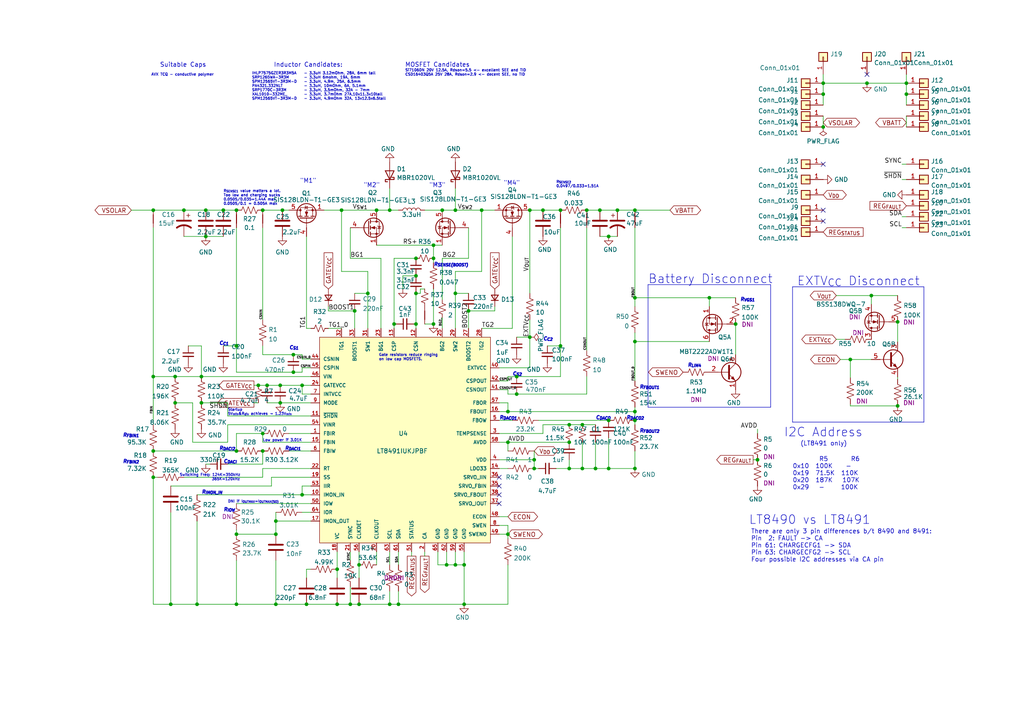
<source format=kicad_sch>
(kicad_sch (version 20230121) (generator eeschema)
  (paper "A4")
  (title_block (title "LT8491 - Mezzanine") (date "2024-04-24") (rev "1.0b"))
  (junction (at 77.47 111.76))
  (junction (at 147.32 119.38))
  (junction (at 147.32 154.94))
  (junction (at 165.1 128.27))
  (junction (at 68.58 130.81))
  (junction (at 81.915 60.96))
  (junction (at 125.73 74.93))
  (junction (at 165.1 123.19))
  (junction (at 170.18 60.96))
  (junction (at 120.65 93.98))
  (junction (at 74.93 111.76))
  (junction (at 176.53 68.58))
  (junction (at 101.6 175.26))
  (junction (at 102.87 90.17))
  (junction (at 165.1 135.89))
  (junction (at 64.77 60.96))
  (junction (at 104.14 163.83))
  (junction (at 139.7 60.96))
  (junction (at 184.15 135.89))
  (junction (at 80.01 154.94))
  (junction (at 50.8 109.22))
  (junction (at 114.3 93.98))
  (junction (at 132.08 163.83))
  (junction (at 128.27 60.96))
  (junction (at 238.76 36.83))
  (junction (at 113.03 175.26))
  (junction (at 184.15 121.92))
  (junction (at 88.9 175.26))
  (junction (at 109.22 60.96))
  (junction (at 57.15 175.26))
  (junction (at 176.53 135.89))
  (junction (at 59.69 60.96))
  (junction (at 99.06 60.96))
  (junction (at 87.63 111.76))
  (junction (at 213.36 93.98))
  (junction (at 153.67 97.79))
  (junction (at 49.53 175.26))
  (junction (at 120.65 80.01))
  (junction (at 80.01 175.26))
  (junction (at 184.15 86.36))
  (junction (at 120.65 85.09))
  (junction (at 106.68 85.09))
  (junction (at 68.58 154.94))
  (junction (at 44.45 109.22))
  (junction (at 87.63 143.51))
  (junction (at 173.99 60.96))
  (junction (at 120.65 74.93))
  (junction (at 125.73 93.98))
  (junction (at 238.76 24.13))
  (junction (at 53.34 60.96))
  (junction (at 162.56 100.33))
  (junction (at 104.14 175.26))
  (junction (at 58.42 109.22))
  (junction (at 59.69 68.58))
  (junction (at 154.94 133.35))
  (junction (at 81.28 116.84))
  (junction (at 179.07 60.96))
  (junction (at 44.45 130.81))
  (junction (at 50.8 116.84))
  (junction (at 252.73 85.725))
  (junction (at 129.54 163.83))
  (junction (at 168.91 135.89))
  (junction (at 85.09 107.95))
  (junction (at 172.72 135.89))
  (junction (at 97.79 165.1))
  (junction (at 262.89 27.305))
  (junction (at 219.71 133.35))
  (junction (at 260.35 93.345))
  (junction (at 85.09 102.87))
  (junction (at 68.58 175.26))
  (junction (at 76.2 130.81))
  (junction (at 157.48 60.96))
  (junction (at 132.08 85.09))
  (junction (at 68.58 100.33))
  (junction (at 81.28 111.76))
  (junction (at 205.74 86.36))
  (junction (at 246.634 104.267))
  (junction (at 113.03 60.96))
  (junction (at 58.42 116.84))
  (junction (at 132.08 60.96))
  (junction (at 76.2 60.96))
  (junction (at 135.89 90.17))
  (junction (at 97.79 175.26))
  (junction (at 154.94 135.89))
  (junction (at 149.86 109.22))
  (junction (at 168.91 123.19))
  (junction (at 125.73 71.12))
  (junction (at 115.57 175.26))
  (junction (at 80.01 151.13))
  (junction (at 153.67 60.96))
  (junction (at 260.35 117.729))
  (junction (at 184.15 60.96))
  (junction (at 184.15 119.38))
  (junction (at 149.86 114.3))
  (junction (at 134.62 163.83))
  (junction (at 44.45 60.96))
  (junction (at 68.58 60.96))
  (junction (at 162.56 60.96))
  (junction (at 251.46 24.13))
  (junction (at 44.45 138.43))
  (junction (at 238.76 27.305))
  (junction (at 134.62 175.26))
  (junction (at 184.15 99.06))
  (junction (at 262.89 24.13))
  (junction (at 176.53 121.92))
  (junction (at 147.32 128.27))
  (junction (at 76.2 125.73))
  (no_connect (at 238.76 64.135))
  (no_connect (at 238.76 47.625))
  (no_connect (at 238.76 60.96))
  (no_connect (at 144.78 138.43))
  (no_connect (at 144.78 140.97))
  (no_connect (at 144.78 143.51))
  (no_connect (at 144.78 146.05))
  (no_connect (at 251.46 21.59))
  (wire (pts (xy 90.17 114.3) (xy 87.63 114.3)))
  (wire (pts (xy 260.35 117.729) (xy 260.35 117.856)))
  (wire (pts (xy 252.73 85.725) (xy 252.73 88.265)))
  (wire (pts (xy 102.87 90.17) (xy 102.87 95.25)))
  (wire (pts (xy 113.03 60.96) (xy 115.57 60.96)))
  (wire (pts (xy 184.15 123.19) (xy 184.15 121.92)))
  (wire (pts (xy 123.19 93.98) (xy 125.73 93.98)))
  (wire (pts (xy 148.59 95.25) (xy 148.59 68.58)))
  (wire (pts (xy 68.58 146.05) (xy 90.17 146.05)))
  (wire (pts (xy 168.91 135.89) (xy 172.72 135.89)))
  (wire (pts (xy 68.58 175.26) (xy 80.01 175.26)))
  (wire (pts (xy 68.58 162.56) (xy 68.58 175.26)))
  (wire (pts (xy 184.15 118.11) (xy 184.15 119.38)))
  (wire (pts (xy 261.62 52.07) (xy 262.89 52.07)))
  (wire (pts (xy 66.04 123.19) (xy 90.17 123.19)))
  (wire (pts (xy 90.17 165.1) (xy 88.9 165.1)))
  (wire (pts (xy 123.19 83.82) (xy 121.92 83.82)))
  (wire (pts (xy 88.9 68.58) (xy 88.9 95.25)))
  (wire (pts (xy 87.63 143.51) (xy 90.17 143.51)))
  (wire (pts (xy 121.92 85.09) (xy 120.65 85.09)))
  (wire (pts (xy 76.2 60.96) (xy 81.915 60.96)))
  (wire (pts (xy 127 160.02) (xy 127 163.83)))
  (wire (pts (xy 87.63 148.59) (xy 90.17 148.59)))
  (wire (pts (xy 121.92 83.82) (xy 121.92 85.09)))
  (wire (pts (xy 246.634 117.221) (xy 246.634 117.729)))
  (wire (pts (xy 59.69 60.96) (xy 64.77 60.96)))
  (wire (pts (xy 97.79 175.26) (xy 101.6 175.26)))
  (wire (pts (xy 129.54 160.02) (xy 129.54 163.83)))
  (wire (pts (xy 120.65 93.98) (xy 120.65 95.25)))
  (wire (pts (xy 157.48 60.96) (xy 162.56 60.96)))
  (wire (pts (xy 261.62 66.04) (xy 262.89 66.04)))
  (wire (pts (xy 116.84 80.01) (xy 120.65 80.01)))
  (wire (pts (xy 251.46 24.13) (xy 262.89 24.13)))
  (wire (pts (xy 261.62 62.865) (xy 262.89 62.865)))
  (wire (pts (xy 170.18 114.3) (xy 170.18 109.22)))
  (wire (pts (xy 172.72 128.27) (xy 172.72 135.89)))
  (wire (pts (xy 97.79 165.1) (xy 97.79 167.64)))
  (wire (pts (xy 90.17 106.68) (xy 87.63 106.68)))
  (wire (pts (xy 85.09 107.95) (xy 68.58 107.95)))
  (wire (pts (xy 144.78 125.73) (xy 157.48 125.73)))
  (wire (pts (xy 176.53 127) (xy 176.53 135.89)))
  (wire (pts (xy 170.18 66.04) (xy 170.18 101.6)))
  (wire (pts (xy 176.53 135.89) (xy 184.15 135.89)))
  (wire (pts (xy 59.69 134.62) (xy 60.96 134.62)))
  (wire (pts (xy 87.63 114.3) (xy 87.63 111.76)))
  (wire (pts (xy 246.634 117.729) (xy 260.35 117.729)))
  (wire (pts (xy 147.32 109.22) (xy 149.86 109.22)))
  (wire (pts (xy 80.01 175.26) (xy 88.9 175.26)))
  (wire (pts (xy 68.58 154.94) (xy 80.01 154.94)))
  (wire (pts (xy 76.2 134.62) (xy 76.2 130.81)))
  (wire (pts (xy 205.74 86.36) (xy 184.15 86.36)))
  (wire (pts (xy 128.27 74.93) (xy 135.89 74.93)))
  (wire (pts (xy 85.09 102.87) (xy 76.2 102.87)))
  (wire (pts (xy 123.19 60.96) (xy 128.27 60.96)))
  (wire (pts (xy 102.87 85.09) (xy 106.68 85.09)))
  (wire (pts (xy 157.48 125.73) (xy 157.48 123.19)))
  (wire (pts (xy 90.17 140.97) (xy 87.63 140.97)))
  (wire (pts (xy 104.14 160.02) (xy 104.14 163.83)))
  (wire (pts (xy 132.08 60.96) (xy 139.7 60.96)))
  (wire (pts (xy 113.03 171.45) (xy 113.03 175.26)))
  (wire (pts (xy 132.08 78.74) (xy 139.7 78.74)))
  (wire (pts (xy 109.22 160.02) (xy 109.22 163.83)))
  (wire (pts (xy 147.32 152.4) (xy 147.32 154.94)))
  (wire (pts (xy 57.15 175.26) (xy 68.58 175.26)))
  (wire (pts (xy 55.88 128.27) (xy 66.04 128.27)))
  (wire (pts (xy 44.45 130.81) (xy 68.58 130.81)))
  (wire (pts (xy 260.35 117.729) (xy 260.35 117.602)))
  (wire (pts (xy 262.89 24.13) (xy 262.89 27.305)))
  (wire (pts (xy 114.3 93.98) (xy 114.3 95.25)))
  (wire (pts (xy 173.99 68.58) (xy 176.53 68.58)))
  (wire (pts (xy 144.78 121.92) (xy 148.59 121.92)))
  (wire (pts (xy 64.77 60.96) (xy 68.58 60.96)))
  (wire (pts (xy 73.66 111.76) (xy 74.93 111.76)))
  (wire (pts (xy 154.94 133.35) (xy 154.94 135.89)))
  (wire (pts (xy 49.53 140.97) (xy 78.74 140.97)))
  (wire (pts (xy 153.67 60.96) (xy 153.67 85.09)))
  (wire (pts (xy 262.89 33.655) (xy 262.89 36.83)))
  (wire (pts (xy 184.15 99.06) (xy 184.15 110.49)))
  (wire (pts (xy 246.634 104.267) (xy 246.634 109.601)))
  (wire (pts (xy 68.58 66.04) (xy 68.58 100.33)))
  (wire (pts (xy 115.57 175.26) (xy 134.62 175.26)))
  (wire (pts (xy 44.45 66.04) (xy 44.45 109.22)))
  (wire (pts (xy 147.32 156.21) (xy 147.32 154.94)))
  (wire (pts (xy 116.84 80.01) (xy 116.84 83.82)))
  (polyline (pts (xy 267.97 83.185) (xy 229.87 83.185)))
  (wire (pts (xy 58.42 109.22) (xy 90.17 109.22)))
  (wire (pts (xy 165.1 135.89) (xy 168.91 135.89)))
  (wire (pts (xy 83.82 130.81) (xy 90.17 130.81)))
  (wire (pts (xy 95.25 95.25) (xy 99.06 95.25)))
  (wire (pts (xy 172.72 135.89) (xy 176.53 135.89)))
  (wire (pts (xy 144.78 149.86) (xy 147.32 149.86)))
  (wire (pts (xy 184.15 86.36) (xy 184.15 66.04)))
  (wire (pts (xy 260.35 109.347) (xy 260.35 109.982)))
  (wire (pts (xy 149.86 109.22) (xy 162.56 109.22)))
  (wire (pts (xy 132.08 85.09) (xy 135.89 85.09)))
  (wire (pts (xy 44.45 138.43) (xy 45.72 138.43)))
  (wire (pts (xy 95.25 90.17) (xy 102.87 90.17)))
  (wire (pts (xy 238.76 24.13) (xy 238.76 27.305)))
  (wire (pts (xy 123.19 160.02) (xy 123.19 161.29)))
  (wire (pts (xy 139.7 95.25) (xy 148.59 95.25)))
  (wire (pts (xy 68.58 125.73) (xy 68.58 130.81)))
  (wire (pts (xy 156.21 135.89) (xy 154.94 135.89)))
  (polyline (pts (xy 267.97 122.428) (xy 267.97 83.185)))
  (wire (pts (xy 77.47 111.76) (xy 81.28 111.76)))
  (wire (pts (xy 184.15 86.36) (xy 184.15 88.9)))
  (wire (pts (xy 139.7 78.74) (xy 139.7 60.96)))
  (wire (pts (xy 113.03 54.61) (xy 113.03 60.96)))
  (wire (pts (xy 213.36 93.98) (xy 213.36 102.87)))
  (wire (pts (xy 147.32 113.03) (xy 147.32 114.3)))
  (wire (pts (xy 66.04 134.62) (xy 76.2 134.62)))
  (wire (pts (xy 90.17 104.14) (xy 87.63 104.14)))
  (wire (pts (xy 134.62 163.83) (xy 134.62 175.26)))
  (wire (pts (xy 115.57 160.02) (xy 115.57 163.83)))
  (wire (pts (xy 44.45 109.22) (xy 50.8 109.22)))
  (wire (pts (xy 85.09 102.87) (xy 87.63 102.87)))
  (wire (pts (xy 132.08 160.02) (xy 132.08 163.83)))
  (wire (pts (xy 119.38 160.02) (xy 119.38 161.29)))
  (wire (pts (xy 125.73 83.82) (xy 125.73 93.98)))
  (wire (pts (xy 156.21 121.92) (xy 176.53 121.92)))
  (wire (pts (xy 238.76 27.305) (xy 238.76 30.48)))
  (wire (pts (xy 44.45 175.26) (xy 49.53 175.26)))
  (wire (pts (xy 157.48 123.19) (xy 165.1 123.19)))
  (wire (pts (xy 238.76 24.13) (xy 251.46 24.13)))
  (wire (pts (xy 153.67 92.71) (xy 153.67 97.79)))
  (wire (pts (xy 120.65 85.09) (xy 120.65 93.98)))
  (wire (pts (xy 149.86 114.3) (xy 170.18 114.3)))
  (wire (pts (xy 120.015 93.98) (xy 120.65 93.98)))
  (wire (pts (xy 88.9 165.1) (xy 88.9 167.64)))
  (wire (pts (xy 238.76 33.655) (xy 238.76 36.83)))
  (wire (pts (xy 81.28 116.84) (xy 77.47 116.84)))
  (wire (pts (xy 99.06 78.74) (xy 99.06 60.96)))
  (wire (pts (xy 38.1 60.96) (xy 44.45 60.96)))
  (wire (pts (xy 114.3 93.98) (xy 114.935 93.98)))
  (wire (pts (xy 129.54 163.83) (xy 132.08 163.83)))
  (wire (pts (xy 149.86 97.79) (xy 153.67 97.79)))
  (wire (pts (xy 144.78 128.27) (xy 147.32 128.27)))
  (wire (pts (xy 144.78 110.49) (xy 147.32 110.49)))
  (wire (pts (xy 76.2 66.04) (xy 76.2 92.71)))
  (wire (pts (xy 81.28 111.76) (xy 87.63 111.76)))
  (wire (pts (xy 106.68 85.09) (xy 106.68 78.74)))
  (wire (pts (xy 143.51 88.9) (xy 143.51 90.17)))
  (wire (pts (xy 87.63 104.14) (xy 87.63 102.87)))
  (wire (pts (xy 97.79 160.02) (xy 97.79 165.1)))
  (wire (pts (xy 109.22 71.12) (xy 125.73 71.12)))
  (wire (pts (xy 57.15 151.13) (xy 57.15 175.26)))
  (wire (pts (xy 66.04 120.65) (xy 90.17 120.65)))
  (wire (pts (xy 132.08 54.61) (xy 132.08 60.96)))
  (wire (pts (xy 147.32 128.27) (xy 165.1 128.27)))
  (wire (pts (xy 44.45 138.43) (xy 44.45 175.26)))
  (wire (pts (xy 147.32 110.49) (xy 147.32 109.22)))
  (wire (pts (xy 260.35 85.725) (xy 252.73 85.725)))
  (wire (pts (xy 162.56 100.33) (xy 162.56 109.22)))
  (wire (pts (xy 243.713 104.267) (xy 246.634 104.267)))
  (wire (pts (xy 90.17 151.13) (xy 80.01 151.13)))
  (wire (pts (xy 144.78 113.03) (xy 147.32 113.03)))
  (wire (pts (xy 184.15 130.81) (xy 184.15 135.89)))
  (wire (pts (xy 101.6 66.04) (xy 101.6 74.93)))
  (wire (pts (xy 115.57 171.45) (xy 115.57 175.26)))
  (wire (pts (xy 158.75 100.33) (xy 162.56 100.33)))
  (wire (pts (xy 83.82 125.73) (xy 90.17 125.73)))
  (wire (pts (xy 44.45 123.19) (xy 44.45 109.22)))
  (wire (pts (xy 106.68 95.25) (xy 106.68 85.09)))
  (wire (pts (xy 173.99 60.96) (xy 179.07 60.96)))
  (wire (pts (xy 144.78 116.84) (xy 147.32 116.84)))
  (polyline (pts (xy 187.96 82.55) (xy 223.52 82.55)))
  (wire (pts (xy 87.63 140.97) (xy 87.63 143.51)))
  (wire (pts (xy 81.28 116.84) (xy 90.17 116.84)))
  (wire (pts (xy 127 163.83) (xy 129.54 163.83)))
  (wire (pts (xy 135.89 90.17) (xy 143.51 90.17)))
  (wire (pts (xy 184.15 99.06) (xy 205.74 99.06)))
  (wire (pts (xy 144.78 135.89) (xy 147.32 135.89)))
  (wire (pts (xy 58.42 116.84) (xy 66.04 116.84)))
  (wire (pts (xy 147.32 130.81) (xy 147.32 128.27)))
  (wire (pts (xy 93.98 60.96) (xy 99.06 60.96)))
  (wire (pts (xy 165.1 135.89) (xy 165.1 133.35)))
  (wire (pts (xy 132.08 60.96) (xy 128.27 60.96)))
  (wire (pts (xy 81.915 60.96) (xy 83.82 60.96)))
  (wire (pts (xy 101.6 175.26) (xy 104.14 175.26)))
  (wire (pts (xy 76.2 135.89) (xy 90.17 135.89)))
  (wire (pts (xy 184.15 121.92) (xy 184.15 119.38)))
  (wire (pts (xy 132.08 95.25) (xy 132.08 85.09)))
  (wire (pts (xy 106.68 78.74) (xy 99.06 78.74)))
  (wire (pts (xy 205.74 86.36) (xy 213.36 86.36)))
  (wire (pts (xy 53.34 60.96) (xy 59.69 60.96)))
  (wire (pts (xy 78.74 138.43) (xy 90.17 138.43)))
  (wire (pts (xy 80.01 151.13) (xy 80.01 154.94)))
  (wire (pts (xy 110.49 74.93) (xy 110.49 95.25)))
  (wire (pts (xy 170.18 60.96) (xy 173.99 60.96)))
  (wire (pts (xy 153.67 106.68) (xy 153.67 97.79)))
  (wire (pts (xy 132.08 85.09) (xy 132.08 78.74)))
  (wire (pts (xy 58.42 100.33) (xy 54.61 100.33)))
  (wire (pts (xy 101.6 74.93) (xy 110.49 74.93)))
  (wire (pts (xy 219.71 124.46) (xy 219.71 125.73)))
  (wire (pts (xy 125.73 71.12) (xy 128.27 71.12)))
  (wire (pts (xy 53.34 138.43) (xy 76.2 138.43)))
  (wire (pts (xy 114.3 74.93) (xy 114.3 93.98)))
  (wire (pts (xy 55.88 116.84) (xy 55.88 128.27)))
  (wire (pts (xy 132.08 163.83) (xy 134.62 163.83)))
  (wire (pts (xy 104.14 163.83) (xy 104.14 167.64)))
  (wire (pts (xy 260.35 93.345) (xy 260.35 99.187)))
  (wire (pts (xy 184.15 60.96) (xy 194.31 60.96)))
  (wire (pts (xy 57.15 143.51) (xy 87.63 143.51)))
  (wire (pts (xy 147.32 116.84) (xy 147.32 119.38)))
  (wire (pts (xy 147.32 114.3) (xy 149.86 114.3)))
  (wire (pts (xy 80.01 151.13) (xy 80.01 148.59)))
  (wire (pts (xy 179.07 60.96) (xy 184.15 60.96)))
  (polyline (pts (xy 223.52 118.11) (xy 223.52 82.55)))
  (wire (pts (xy 153.67 60.96) (xy 157.48 60.96)))
  (wire (pts (xy 125.73 74.93) (xy 125.73 76.2)))
  (wire (pts (xy 147.32 119.38) (xy 184.15 119.38)))
  (wire (pts (xy 113.03 175.26) (xy 115.57 175.26)))
  (wire (pts (xy 242.57 85.725) (xy 252.73 85.725)))
  (wire (pts (xy 261.62 47.625) (xy 262.89 47.625)))
  (wire (pts (xy 161.29 135.89) (xy 165.1 135.89)))
  (wire (pts (xy 76.2 138.43) (xy 76.2 135.89)))
  (wire (pts (xy 134.62 160.02) (xy 134.62 163.83)))
  (wire (pts (xy 76.2 100.33) (xy 76.2 102.87)))
  (wire (pts (xy 49.53 148.59) (xy 49.53 175.26)))
  (wire (pts (xy 109.22 60.96) (xy 113.03 60.96)))
  (wire (pts (xy 73.66 116.84) (xy 74.93 116.84)))
  (wire (pts (xy 50.8 109.22) (xy 58.42 109.22)))
  (wire (pts (xy 104.14 175.26) (xy 113.03 175.26)))
  (wire (pts (xy 66.04 128.27) (xy 66.04 123.19)))
  (wire (pts (xy 162.56 66.04) (xy 162.56 100.33)))
  (wire (pts (xy 144.78 133.35) (xy 154.94 133.35)))
  (wire (pts (xy 144.78 154.94) (xy 147.32 154.94)))
  (wire (pts (xy 101.6 160.02) (xy 101.6 162.56)))
  (wire (pts (xy 125.73 71.12) (xy 125.73 74.93)))
  (wire (pts (xy 76.2 125.73) (xy 68.58 125.73)))
  (wire (pts (xy 58.42 109.22) (xy 58.42 100.33)))
  (wire (pts (xy 88.9 95.25) (xy 90.17 95.25)))
  (wire (pts (xy 135.89 74.93) (xy 135.89 66.04)))
  (wire (pts (xy 168.91 123.19) (xy 172.72 123.19)))
  (wire (pts (xy 113.03 160.02) (xy 113.03 163.83)))
  (wire (pts (xy 128.27 86.995) (xy 128.27 74.93)))
  (wire (pts (xy 262.89 27.305) (xy 262.89 30.48)))
  (wire (pts (xy 44.45 60.96) (xy 53.34 60.96)))
  (polyline (pts (xy 187.96 118.11) (xy 223.52 118.11)))
  (polyline (pts (xy 187.96 82.55) (xy 187.96 118.11)))
  (wire (pts (xy 168.91 128.27) (xy 168.91 135.89)))
  (wire (pts (xy 176.53 68.58) (xy 179.07 68.58)))
  (wire (pts (xy 246.634 104.267) (xy 252.73 104.267)))
  (wire (pts (xy 80.01 162.56) (xy 80.01 175.26)))
  (wire (pts (xy 64.77 100.33) (xy 68.58 100.33)))
  (wire (pts (xy 101.6 170.18) (xy 101.6 175.26)))
  (wire (pts (xy 68.58 154.94) (xy 68.58 153.67)))
  (wire (pts (xy 135.89 90.17) (xy 135.89 95.25)))
  (wire (pts (xy 87.63 107.95) (xy 85.09 107.95)))
  (wire (pts (xy 78.74 140.97) (xy 78.74 138.43)))
  (polyline (pts (xy 229.87 83.185) (xy 229.87 122.428)))
  (wire (pts (xy 144.78 152.4) (xy 147.32 152.4)))
  (wire (pts (xy 144.78 106.68) (xy 153.67 106.68)))
  (wire (pts (xy 242.57 98.425) (xy 245.11 98.425)))
  (wire (pts (xy 66.04 116.84) (xy 66.04 120.65)))
  (wire (pts (xy 90.17 128.27) (xy 76.2 128.27)))
  (wire (pts (xy 49.53 175.26) (xy 57.15 175.26)))
  (wire (pts (xy 59.69 68.58) (xy 64.77 68.58)))
  (wire (pts (xy 168.91 123.19) (xy 165.1 123.19)))
  (wire (pts (xy 114.3 74.93) (xy 120.65 74.93)))
  (wire (pts (xy 144.78 119.38) (xy 147.32 119.38)))
  (wire (pts (xy 87.63 111.76) (xy 90.17 111.76)))
  (wire (pts (xy 154.94 130.81) (xy 154.94 133.35)))
  (wire (pts (xy 147.32 163.83) (xy 147.32 175.26)))
  (wire (pts (xy 95.25 88.9) (xy 95.25 90.17)))
  (wire (pts (xy 139.7 60.96) (xy 143.51 60.96)))
  (wire (pts (xy 238.76 21.59) (xy 238.76 24.13)))
  (wire (pts (xy 134.62 175.26) (xy 147.32 175.26)))
  (wire (pts (xy 262.89 21.59) (xy 262.89 24.13)))
  (wire (pts (xy 128.27 92.075) (xy 128.27 95.25)))
  (wire (pts (xy 184.15 96.52) (xy 184.15 99.06)))
  (polyline (pts (xy 229.87 122.428) (xy 267.97 122.428)))
  (wire (pts (xy 205.74 86.36) (xy 205.74 88.9)))
  (wire (pts (xy 53.34 68.58) (xy 59.69 68.58)))
  (wire (pts (xy 50.8 116.84) (xy 55.88 116.84)))
  (wire (pts (xy 87.63 106.68) (xy 87.63 107.95)))
  (wire (pts (xy 76.2 128.27) (xy 76.2 125.73)))
  (wire (pts (xy 88.9 175.26) (xy 97.79 175.26)))
  (wire (pts (xy 68.58 100.33) (xy 68.58 107.95)))
  (wire (pts (xy 74.93 111.76) (xy 77.47 111.76)))
  (wire (pts (xy 218.44 133.35) (xy 219.71 133.35)))
  (wire (pts (xy 99.06 60.96) (xy 109.22 60.96)))
  (text "R_{DACI1}" (at 82.55 130.81 0) (effects (font (size 1.016 1.016) (thickness 0.254) bold italic) (justify left bottom)))
  (text "C_{DACO}" (at 172.72 121.92 0) (effects (font (size 1.016 1.016) (thickness 0.254) bold italic) (justify left bottom)))
  (text "C_{C2}" (at 157.48 99.06 0) (effects (font (size 1.016 1.016) (thickness 0.254) bold italic) (justify left bottom)))
  (text "DNI if I_{OUTMAX}=I_{OUTMAX(SO)}" (at 66.04 146.05 0) (effects (font (size 0.762 0.762)) (justify left bottom)))
  (text "Battery Disconnect" (at 187.96 82.55 0) (effects (font (size 2.54 2.54)) (justify left bottom)))
  (text "R_{IMON_IN}" (at 58.42 143.51 0) (effects (font (size 1.016 1.016) (thickness 0.254) bold italic) (justify left bottom)))
  (text "Startup\n5V_{min}&R_{div} achieves → 1.23V_{min}" (at 66.04 120.65 0) (effects (font (size 0.762 0.762)) (justify left bottom)))
  (text "C_{S1}" (at 83.82 101.6 0) (effects (font (size 1.016 1.016) (thickness 0.254) bold italic) (justify left bottom)))
  (text "C_{S2}" (at 148.59 109.22 0) (effects (font (size 1.016 1.016) (thickness 0.254) bold italic) (justify left bottom)))
  (text "Switching Freq: 124K=350kHz\n                365K=120kHz" (at 52.07 139.573 0) (effects (font (size 0.762 0.762)) (justify left bottom)))
  (text "Suitable Caps" (at 46.355 19.685 0) (effects (font (size 1.27 1.27)) (justify left bottom)))
  (text "R_{LIM4}" (at 199.39 106.68 0) (effects (font (size 1.016 1.016) (thickness 0.254) bold italic) (justify left bottom)))
  (text "\"M4\"" (at 146.05 53.975 0) (effects (font (size 1.27 1.27)) (justify left bottom)))
  (text "Gate resistors reduce ringing\non low cap MOSFETS." (at 109.855 104.775 0) (effects (font (size 0.762 0.762)) (justify left bottom)))
  (text "R_{DACO2}" (at 181.61 121.92 0) (effects (font (size 1.016 1.016) (thickness 0.254) bold italic) (justify left bottom)))
  (text "Si7106DN 20V 12.5A, Rdson=5.5 <- excellent SEE and TID\nCSD16403Q5A 25V 28A, Rdson=2.9 <- decent SEE, no TID\n" (at 117.475 22.225 0) (effects (font (size 0.762 0.762)) (justify left bottom)))
  (text "There are only 3 pin differences b/t 8490 and 8491:\nPin  2: FAULT -> CA\nPin 61: CHARGECFG1 -> SDA\nPin 63: CHARGECFG2 -> SCL\nFour possible I2C addresses via CA pin" (at 217.805 163.195 0) (effects (font (size 1.27 1.27)) (justify left bottom)))
  (text "R_{DACI2}" (at 63.5 130.81 0) (effects (font (size 1.016 1.016) (thickness 0.254) bold italic) (justify left bottom)))
  (text "R_{SENSE(BOOST)}" (at 125.73 77.47 0) (effects (font (size 1.016 1.016) (thickness 0.254) bold italic) (justify left bottom)))
  (text "R_{FBIN2}" (at 35.56 134.62 0) (effects (font (size 1.016 1.016) (thickness 0.254) bold italic) (justify left bottom)))
  (text "C_{C1}" (at 63.5 100.33 0) (effects (font (size 1.016 1.016) (thickness 0.254) bold italic) (justify left bottom)))
  (text "R_{DACO1}" (at 144.78 121.92 0) (effects (font (size 1.016 1.016) (thickness 0.254) bold italic) (justify left bottom)))
  (text "	   R5	  R6\n0x10  100K    -\n0x19  71.5K  110K\n0x20  187K   107K\n0x29   -     100K" (at 229.87 142.24 0) (effects (font (size 1.27 1.27)) (justify left bottom)))
  (text "IHLP7575GZER3R3M5A 	- 3.3uH 3.12mOhm, 28A, 6mm tall\nSRP1265WA-3R3M 		- 3.3uH 6mohm, 19A, 6mm \nSPM12565VT-3R3M-D 	- 3.3uH, 4.9m, 25A, 6.5mm \nPA4321.332NLT 		- 3.3uH, 10mOhm, 6A, 5.1mm\nSRP1770C-3R3M 		- 3.3uH, 3.5mOhm, 32A - 7mm\nXAL1010-332ME_		- 3.3uH, 3.7mOhm 27A,10x11.3x10tall\nSPM12565VT-3R3M-D	- 3.3uH, 4.9mOhm 32A, 13x12.5x6.5tall" (at 73.025 29.21 0) (effects (font (size 0.762 0.762)) (justify left bottom)))
  (text "R_{SENSE1} value matters a lot.\nToo low and charging sucks\n0.0505/0.035=1.44A max\n0.0505/0.1 = 0.505A max\n" (at 64.77 59.69 0) (effects (font (size 0.762 0.762)) (justify left bottom)))
  (text "EXTV_{CC} Disconnect" (at 231.14 83.185 0) (effects (font (size 2.54 2.54)) (justify left bottom)))
  (text "\"M2\"" (at 105.41 54.61 0) (effects (font (size 1.27 1.27)) (justify left bottom)))
  (text "\"M3\"" (at 124.46 54.61 0) (effects (font (size 1.27 1.27)) (justify left bottom)))
  (text "R_{FBIN1}" (at 35.56 127 0) (effects (font (size 1.016 1.016) (thickness 0.254) bold italic) (justify left bottom)))
  (text "R_{IOW}" (at 64.77 148.59 0) (effects (font (size 1.016 1.016) (thickness 0.254) bold italic) (justify left bottom)))
  (text " (LT8491 only)" (at 231.14 129.54 0) (effects (font (size 1.27 1.27)) (justify left bottom)))
  (text "MOSFET Candidates" (at 117.475 19.685 0) (effects (font (size 1.27 1.27)) (justify left bottom)))
  (text "AVX TCQ - conductive polymer" (at 43.815 22.225 0) (effects (font (size 0.762 0.762)) (justify left bottom)))
  (text "C_{DACI}" (at 64.77 134.62 0) (effects (font (size 1.016 1.016) (thickness 0.254) bold italic) (justify left bottom)))
  (text "\"M1\"" (at 86.995 53.34 0) (effects (font (size 1.27 1.27)) (justify left bottom)))
  (text "R_{FBOUT2}" (at 185.42 125.73 0) (effects (font (size 1.016 1.016) (thickness 0.254) bold italic) (justify left bottom)))
  (text "Inductor Candidates:" (at 79.375 19.685 0) (effects (font (size 1.27 1.27)) (justify left bottom)))
  (text "R_{FBOUT1}" (at 185.42 113.03 0) (effects (font (size 1.016 1.016) (thickness 0.254) bold italic) (justify left bottom)))
  (text "R_{SENSE2}\n0.0497/0.033=1.51A\n" (at 161.29 54.61 0) (effects (font (size 0.762 0.762)) (justify left bottom)))
  (text "LT8490 vs LT8491" (at 217.17 152.4 0) (effects (font (size 2.54 2.54)) (justify left bottom)))
  (text "Low power if 3.01K" (at 76.2 128.27 0) (effects (font (size 0.762 0.762)) (justify left bottom)))
  (text "R_{VGS1}" (at 214.63 87.63 0) (effects (font (size 1.016 1.016) (thickness 0.254) bold italic) (justify left bottom)))
  (text "I2C Address" (at 227.33 127 0) (effects (font (size 2.54 2.54)) (justify left bottom)))
  (label "TG1" (at 88.9 95.25 90))
  (label "FBOUT" (at 184.15 86.36 90) (effects (font (size 0.635 0.635))))
  (label "BOOST2" (at 135.89 95.25 90))
  (label "SYNC" (at 261.62 47.625 180))
  (label "EXTV_{CC}" (at 153.67 97.79 90))
  (label "AVDD" (at 147.32 128.27 0))
  (label "TG1_0" (at 95.25 95.25 0))
  (label "CSNIN" (at 76.2 92.71 90) (effects (font (size 0.635 0.635))))
  (label "~{SHDN}" (at 261.62 52.07 180))
  (label "SDA" (at 115.57 161.29 270) (effects (font (size 0.635 0.635))))
  (label "BG2_" (at 128.27 92.075 270) (effects (font (size 0.635 0.635))))
  (label "V_{OUT}" (at 153.67 78.74 90))
  (label "CSNOUT_0" (at 144.78 113.03 0) (effects (font (size 0.635 0.635))))
  (label "~{SHDN}" (at 66.04 118.745 180))
  (label "SCL" (at 261.62 66.04 180))
  (label "FBIN" (at 44.45 120.015 90) (effects (font (size 0.635 0.635))))
  (label "SDA" (at 261.62 62.865 180))
  (label "FBOUT_0" (at 184.15 110.49 90) (effects (font (size 0.635 0.635))))
  (label "CSNIN_0" (at 90.17 104.14 180) (effects (font (size 0.635 0.635))))
  (label "V_{SW2}" (at 132.715 60.96 0))
  (label "CSPOUT" (at 144.78 110.49 0) (effects (font (size 0.635 0.635))))
  (label "CSPIN" (at 90.17 106.68 180) (effects (font (size 0.635 0.635))))
  (label "BG1" (at 101.6 74.93 0))
  (label "AVDD" (at 219.71 124.46 180))
  (label "SCL" (at 113.03 161.29 270) (effects (font (size 0.635 0.635))))
  (label "V_{SW1}" (at 102.235 60.96 0))
  (label "TG2" (at 139.7 95.25 0))
  (label "BG2" (at 128.27 74.93 0))
  (label "BOOST1" (at 95.25 90.17 0))
  (label "CSNOUT" (at 170.18 101.6 90) (effects (font (size 0.635 0.635))))
  (label "SYNC" (at 101.6 160.02 270) (effects (font (size 0.635 0.635))))
  (label "RS+" (at 116.84 71.12 0))
  (global_label "V_{DD}" (shape bidirectional) (at 238.76 56.515 0) (property "Intersheetrefs" "${INTERSHEET_REFS}" (effects hide)))
  (global_label "GATEV_{CC}`" (shape input) (at 143.51 83.82 90) (property "Intersheetrefs" "${INTERSHEET_REFS}" (effects hide)))
  (global_label "REG_{STATUS}" (shape input) (at 238.76 67.31 0) (property "Intersheetrefs" "${INTERSHEET_REFS}" (effects hide)))
  (global_label "REG_{FAULT}" (shape output) (at 123.19 161.29 270) (property "Intersheetrefs" "${INTERSHEET_REFS}" (effects hide)))
  (global_label "GATEV_{CC}" (shape output) (at 73.66 111.76 180) (property "Intersheetrefs" "${INTERSHEET_REFS}" (effects hide)))
  (global_label "VBATT" (shape bidirectional) (at 194.31 60.96 0) (property "Intersheetrefs" "${INTERSHEET_REFS}" (effects hide)))
  (global_label "SWENO" (shape bidirectional) (at 198.12 107.95 180) (property "Intersheetrefs" "${INTERSHEET_REFS}" (effects hide)))
  (global_label "REG_{FAULT}" (shape input) (at 262.89 59.69 180) (property "Intersheetrefs" "${INTERSHEET_REFS}" (effects hide)))
  (global_label "VSOLAR" (shape bidirectional) (at 38.1 60.96 180) (property "Intersheetrefs" "${INTERSHEET_REFS}" (effects hide)))
  (global_label "VSOLAR" (shape bidirectional) (at 238.76 35.56 0) (property "Intersheetrefs" "${INTERSHEET_REFS}" (effects hide)))
  (global_label "ECON" (shape bidirectional) (at 147.32 149.86 0) (property "Intersheetrefs" "${INTERSHEET_REFS}" (effects hide)))
  (global_label "EXTV_{CC}" (shape bidirectional) (at 242.57 98.425 180) (property "Intersheetrefs" "${INTERSHEET_REFS}" (effects hide)))
  (global_label "GATEV_{CC}`" (shape input) (at 95.25 83.82 90) (property "Intersheetrefs" "${INTERSHEET_REFS}" (effects hide)))
  (global_label "V_{OUT}" (shape bidirectional) (at 242.57 85.725 180) (property "Intersheetrefs" "${INTERSHEET_REFS}" (effects hide)))
  (global_label "SWENO" (shape bidirectional) (at 147.32 154.94 0) (property "Intersheetrefs" "${INTERSHEET_REFS}" (effects hide)))
  (global_label "V_{DD}" (shape bidirectional) (at 154.94 130.81 0) (property "Intersheetrefs" "${INTERSHEET_REFS}" (effects hide)))
  (global_label "VBATT" (shape bidirectional) (at 262.89 35.56 180) (property "Intersheetrefs" "${INTERSHEET_REFS}" (effects hide)))
  (global_label "ECON" (shape bidirectional) (at 243.713 104.267 180) (property "Intersheetrefs" "${INTERSHEET_REFS}" (effects hide)))
  (global_label "REG_{STATUS}" (shape output) (at 119.38 161.29 270) (property "Intersheetrefs" "${INTERSHEET_REFS}" (effects hide)))
  (global_label "GATEV_{CC}`" (shape output) (at 73.66 116.84 180) (property "Intersheetrefs" "${INTERSHEET_REFS}" (effects hide)))
  (global_label "REG_{FAULT}" (shape output) (at 218.44 133.35 180) (property "Intersheetrefs" "${INTERSHEET_REFS}" (effects hide)))
  (symbol (lib_id "Device:NetTie_2") (at 68.58 63.5 90) (unit 1) (in_bom no)
    (property "Reference" "NT2" (effects hide))
    (property "Value" "NetTie_2" (effects hide))
    (property "Footprint" "NetTie:NetTie-2_SMD_Pad0.5mm" (effects hide))
    (property "DNI" "DNI" (effects hide))
  )
  (symbol (lib_id "power:GND") (at 213.36 113.03 0) (unit 1)
    (property "Reference" "#PWR0113" (effects hide))
    (property "Value" "GND" (at 210.82 116.84 0) (effects (justify left)))
  )
  (symbol (lib_id "Device:C_Small") (at 176.53 124.46 180) (unit 1)
    (property "Reference" "C40" (at 177.8 125.73 0) (effects (justify right)))
    (property "Value" "100nF" (at 177.8 128.27 0) (effects (justify right)))
    (property "Footprint" "Capacitor_SMD:C_0603_1608Metric" (effects hide))
    (property "Description" "100nF 0603" (effects hide))
  )
  (symbol (lib_id "Device:R_US") (at 184.15 127 0) (unit 1)
    (property "Reference" "R52" (at 185.42 127 0) (effects (justify left)))
    (property "Value" "23.7K" (at 185.42 129.54 0) (effects (justify left)))
    (property "Footprint" "Resistor_SMD:R_0603_1608Metric" (effects hide))
    (property "Description" "23.7K 0603" (effects hide))
  )
  (symbol (lib_id "mppt:mppt_castellation_05mm") (at 267.97 27.305 0) (unit 1)
    (property "Reference" "J5" (at 270.002 26.4703 0) (effects (justify left)))
    (property "Value" "Conn_01x01" (at 270.002 29.0072 0) (effects (justify left)))
    (property "Footprint" "mppt:mppt_castellation_05mm" (effects hide))
    (property "DNI" "DNI" (effects hide))
  )
  (symbol (lib_id "Device:R_US") (at 151.13 130.81 270) (unit 1)
    (property "Reference" "R41" (at 148.59 133.35 90))
    (property "Value" "1" (at 153.67 133.35 90))
    (property "Footprint" "Resistor_SMD:R_0603_1608Metric" (effects hide))
    (property "Description" "1 0603" (effects hide))
  )
  (symbol (lib_id "Device:R_US") (at 201.93 107.95 90) (unit 1) (in_bom no)
    (property "Reference" "R53" (at 201.93 110.8694 90))
    (property "Value" "1.1MΩ" (at 201.93 113.4063 90))
    (property "Footprint" "Resistor_SMD:R_0603_1608Metric" (effects hide))
    (property "DNI" "DNI" (at 201.93 115.9432 90))
    (property "Description" "??? 0603" (effects hide))
  )
  (symbol (lib_id "mppt:mppt_castellation_05mm") (at 267.97 66.04 0) (unit 1)
    (property "Reference" "J23" (at 270.002 65.2053 0) (effects (justify left)))
    (property "Value" "Conn_01x01" (at 270.002 67.7422 0) (effects (justify left)))
    (property "Footprint" "mppt:mppt_castellation_05mm" (effects hide))
    (property "DNI" "DNI" (effects hide))
  )
  (symbol (lib_id "Device:R_US") (at 153.67 88.9 0) (unit 1)
    (property "Reference" "R44" (at 155.321 88.0653 0) (effects (justify left)))
    (property "Value" "10" (at 155.321 90.6022 0) (effects (justify left)))
    (property "Footprint" "Resistor_SMD:R_0603_1608Metric" (effects hide))
    (property "Description" "0 0603" (effects hide))
  )
  (symbol (lib_id "power:GND") (at 176.53 68.58 0) (unit 1)
    (property "Reference" "#PWR0112" (effects hide))
    (property "Value" "GND" (at 179.07 72.39 0) (effects (justify right)))
  )
  (symbol (lib_id "mppt:mppt_castellation_05mm") (at 233.68 64.135 0) (mirror y) (unit 1)
    (property "Reference" "J24" (at 231.648 63.3003 0) (effects (justify left)))
    (property "Value" "Conn_01x01" (at 231.648 65.8372 0) (effects (justify left)))
    (property "Footprint" "mppt:mppt_castellation_05mm" (effects hide))
    (property "DNI" "DNI" (effects hide))
  )
  (symbol (lib_id "mppt:mppt_castellation_05mm") (at 267.97 52.07 0) (unit 1)
    (property "Reference" "J17" (at 270.002 51.2353 0) (effects (justify left)))
    (property "Value" "Conn_01x01" (at 270.002 53.7722 0) (effects (justify left)))
    (property "Footprint" "mppt:mppt_castellation_05mm" (effects hide))
    (property "DNI" "DNI" (effects hide))
  )
  (symbol (lib_id "Device:R_US") (at 58.42 113.03 0) (unit 1)
    (property "Reference" "R23" (at 60.071 112.1215 0) (effects (justify left)))
    (property "Value" "110K" (at 60.071 114.8966 0) (effects (justify left)))
    (property "Footprint" "Resistor_SMD:R_0603_1608Metric" (effects hide))
    (property "Description" "110K 0603" (effects hide))
  )
  (symbol (lib_id "power:GND") (at 81.915 68.58 0) (unit 1)
    (property "Reference" "#PWR0122" (effects hide))
    (property "Value" "GND" (at 81.915 73.1425 0))
  )
  (symbol (lib_id "Device:C") (at 64.77 64.77 0) (unit 1)
    (property "Reference" "C22" (at 62.865 62.23 0) (effects (justify left)))
    (property "Value" "2.2uF" (at 62.865 67.31 0) (effects (justify left)))
    (property "Footprint" "Capacitor_SMD:C_0805_2012Metric" (effects hide))
    (property "Description" "2.2uF 0805" (effects hide))
  )
  (symbol (lib_id "mppt:mppt_castellation_05mm") (at 233.68 27.305 0) (mirror y) (unit 1)
    (property "Reference" "J1" (at 231.648 26.4703 0) (effects (justify left)))
    (property "Value" "Conn_01x01" (at 231.648 29.0072 0) (effects (justify left)))
    (property "Footprint" "mppt:mppt_castellation_05mm" (effects hide))
    (property "DNI" "DNI" (effects hide))
  )
  (symbol (lib_id "Device:R_Small_US") (at 106.68 163.83 90) (unit 1)
    (property "Reference" "R34" (at 106.68 158.9745 90))
    (property "Value" "53.6K" (at 106.68 161.7496 90))
    (property "Footprint" "Resistor_SMD:R_0603_1608Metric" (effects hide))
    (property "Description" "53.6K 0603" (effects hide))
  )
  (symbol (lib_id "mppt:mppt_castellation_05mm") (at 238.76 16.51 90) (unit 1)
    (property "Reference" "J19" (at 240.792 15.6753 90) (effects (justify right)))
    (property "Value" "Conn_01x01" (at 220.345 19.685 90) (effects (justify right)))
    (property "Footprint" "mppt:mppt_castellation_05mm" (effects hide))
    (property "DNI" "DNI" (effects hide))
  )
  (symbol (lib_id "Device:R_US") (at 72.39 130.81 270) (unit 1)
    (property "Reference" "R28" (at 72.39 128.27 90))
    (property "Value" "15.2K" (at 72.39 133.35 90))
    (property "Footprint" "Resistor_SMD:R_0603_1608Metric" (effects hide))
    (property "Description" "15.2K 0603" (effects hide))
  )
  (symbol (lib_id "Device:C") (at 173.99 64.77 0) (unit 1)
    (property "Reference" "C41" (at 171.069 62.4739 0) (effects (justify right)))
    (property "Value" "10uF" (at 171.45 64.77 0) (effects (justify right)))
    (property "Footprint" "Capacitor_SMD:C_0805_2012Metric" (effects hide))
    (property "Description" "10uF 0805" (effects hide))
  )
  (symbol (lib_id "power:PWR_FLAG") (at 153.67 97.79 270) (unit 1)
    (property "Reference" "#FLG02" (effects hide))
    (property "Value" "PWR_FLAG" (at 156.845 92.456 0) (effects (justify left)))
  )
  (symbol (lib_id "Device:R_Small_US") (at 123.19 86.36 0) (unit 1)
    (property "Reference" "R37" (at 124.841 85.5253 0) (effects (justify left)))
    (property "Value" "10" (at 124.841 88.0622 0) (effects (justify left)))
    (property "Footprint" "Resistor_SMD:R_0603_1608Metric" (effects hide))
    (property "Description" "10 0603" (effects hide))
  )
  (symbol (lib_id "Device:C_Small") (at 54.61 102.87 0) (unit 1)
    (property "Reference" "C17" (at 52.2859 101.9678 0) (effects (justify right)))
    (property "Value" "2.2uF" (at 52.2859 104.7429 0) (effects (justify right)))
    (property "Footprint" "Capacitor_SMD:C_0805_2012Metric" (effects hide))
    (property "Description" "2.2uF 0803" (effects hide))
  )
  (symbol (lib_id "Device:R_US") (at 44.45 134.62 0) (unit 1)
    (property "Reference" "R18" (at 38.735 132.08 0) (effects (justify left)))
    (property "Value" "7.32K" (at 36.83 135.89 0) (effects (justify left)))
    (property "Footprint" "Resistor_SMD:R_0603_1608Metric" (effects hide))
    (property "Description" "7.32K 0603" (effects hide))
  )
  (symbol (lib_id "Device:R_US") (at 260.35 89.535 180) (unit 1) (in_bom no)
    (property "Reference" "R58" (at 262.001 88.6265 0) (effects (justify right)))
    (property "Value" "100K" (at 262.001 91.4016 0) (effects (justify right)))
    (property "Footprint" "Resistor_SMD:R_0603_1608Metric" (effects hide))
    (property "DNI" "DNI" (at 263.652 93.472 0))
    (property "Description" "??? 0603" (effects hide))
  )
  (symbol (lib_id "Device:R_US") (at 72.39 60.96 90) (unit 1)
    (property "Reference" "R27" (at 72.39 63.5 90))
    (property "Value" "0.1" (at 72.39 66.04 90))
    (property "Footprint" "Resistor_SMD:R_1206_3216Metric" (effects hide))
    (property "Description" "0.1 1206" (effects hide))
  )
  (symbol (lib_id "Device:C_Small") (at 149.86 100.33 0) (unit 1)
    (property "Reference" "C34" (at 147.536 99.4278 0) (effects (justify right)))
    (property "Value" "1uF" (at 147.536 102.2029 0) (effects (justify right)))
    (property "Footprint" "Capacitor_SMD:C_0603_1608Metric" (effects hide))
    (property "Description" "1uF 0603" (effects hide))
  )
  (symbol (lib_id "power:GND") (at 81.28 116.84 0) (unit 1)
    (property "Reference" "#PWR0121" (effects hide))
    (property "Value" "GND" (at 83.185 118.589 0) (effects (justify left)))
  )
  (symbol (lib_id "mppt:mppt_castellation_05mm") (at 233.68 47.625 0) (mirror y) (unit 1)
    (property "Reference" "J13" (at 231.648 46.7903 0) (effects (justify left)))
    (property "Value" "Conn_01x01" (at 231.648 49.3272 0) (effects (justify left)))
    (property "Footprint" "mppt:mppt_castellation_05mm" (effects hide))
    (property "DNI" "DNI" (effects hide))
  )
  (symbol (lib_id "Device:NetTie_2") (at 123.19 91.44 90) (unit 1) (in_bom no)
    (property "Reference" "NT1" (effects hide))
    (property "Value" "NetTie_2" (effects hide))
    (property "Footprint" "NetTie:NetTie-2_SMD_Pad0.5mm" (effects hide))
    (property "DNI" "DNI" (effects hide))
  )
  (symbol (lib_id "Device:R_US") (at 184.15 92.71 0) (unit 1)
    (property "Reference" "R50" (at 182.499 91.8015 0) (effects (justify right)))
    (property "Value" "0" (at 182.499 94.5766 0) (effects (justify right)))
    (property "Footprint" "Resistor_SMD:R_0603_1608Metric" (effects hide))
    (property "Description" "0 0603" (effects hide))
  )
  (symbol (lib_id "Device:R_US") (at 49.53 138.43 270) (unit 1)
    (property "Reference" "R19" (at 49.53 133.5745 90))
    (property "Value" "365K" (at 49.53 136.3496 90))
    (property "Footprint" "Resistor_SMD:R_0603_1608Metric" (effects hide))
    (property "Description" "124K 0603" (effects hide))
  )
  (symbol (lib_id "Device:NetTie_2") (at 76.2 63.5 90) (unit 1) (in_bom no)
    (property "Reference" "NT3" (effects hide))
    (property "Value" "NetTie_2" (effects hide))
    (property "Footprint" "NetTie:NetTie-2_SMD_Pad0.5mm" (effects hide))
    (property "DNI" "DNI" (effects hide))
  )
  (symbol (lib_id "mppt:SIS128LDN-T1-GE3") (at 130.81 66.04 0) (mirror y) (unit 1)
    (property "Reference" "Q3" (at 128.27 55.88 0) (effects (justify left)))
    (property "Value" "SIS128LDN-T1-GE3" (at 131.445 57.785 0))
    (property "Footprint" "mppt:SIS128LDN-T1-GE3" (effects hide))
    (property "Manufacturer_Part_Number" "SIS128LDN-T1-GE3" (effects hide))
  )
  (symbol (lib_id "power:GND") (at 260.35 117.856 0) (unit 1)
    (property "Reference" "#PWR0116" (effects hide))
    (property "Value" "GND" (at 257.81 121.666 0) (effects (justify left)))
  )
  (symbol (lib_id "Device:R_US") (at 58.42 120.65 0) (unit 1)
    (property "Reference" "R24" (at 60.071 119.7415 0) (effects (justify left)))
    (property "Value" "35.7K" (at 60.071 122.5166 0) (effects (justify left)))
    (property "Footprint" "Resistor_SMD:R_0603_1608Metric" (effects hide))
    (property "Description" "35.7K 0603" (effects hide))
  )
  (symbol (lib_id "power:GND") (at 149.86 102.87 0) (unit 1)
    (property "Reference" "#PWR0118" (effects hide))
    (property "Value" "GND" (at 147.9551 104.619 0) (effects (justify right)))
  )
  (symbol (lib_id "Device:D_Small") (at 95.25 86.36 90) (unit 1)
    (property "Reference" "D12" (at 93.472 86.839 90) (effects (justify left)))
    (property "Value" "CMMR1U-02 TR" (effects hide))
    (property "Footprint" "Diode_SMD:D_SOD-123F" (effects hide))
    (property "Sim.Device" "D" (effects hide))
    (property "Sim.Pins" "1=K 2=A" (effects hide))
  )
  (symbol (lib_id "Device:C") (at 104.14 171.45 0) (unit 1)
    (property "Reference" "C30" (at 107.061 170.5415 0) (effects (justify left)))
    (property "Value" "68nF" (at 107.061 173.3166 0) (effects (justify left)))
    (property "Footprint" "Capacitor_SMD:C_0603_1608Metric" (effects hide))
    (property "Description" "68nF 0603" (effects hide))
  )
  (symbol (lib_id "power:GND") (at 184.15 135.89 0) (unit 1)
    (property "Reference" "#PWR0115" (effects hide))
    (property "Value" "GND" (at 186.055 137.639 0) (effects (justify left)))
  )
  (symbol (lib_id "mppt:LT8491IUKJPBF") (at 119.38 97.79 0) (unit 1)
    (property "Reference" "U4" (at 115.57 125.73 0) (effects (justify left)))
    (property "Value" "LT8491IUKJPBF" (at 109.22 130.81 0) (effects (justify left)))
    (property "Footprint" "mppt:LT8491IUKJ#PBF" (effects hide))
    (property "Datasheet" "https://www.analog.com/media/en/technical-documentation/data-sheets/8490fa.pdf" (effects hide))
    (property "Description" "LT8490EUKJPBF 8490" (effects hide))
    (property "Manufacturer_Name" "Analog Devices" (effects hide))
  )
  (symbol (lib_id "Device:C_Small") (at 63.5 134.62 90) (mirror x) (unit 1)
    (property "Reference" "C19" (at 63.5 132.08 90))
    (property "Value" "330nF" (at 60.96 133.35 90))
    (property "Footprint" "Capacitor_SMD:C_0603_1608Metric" (effects hide))
    (property "Description" "330nF 0603" (effects hide))
  )
  (symbol (lib_id "Device:C_Small") (at 81.28 114.3 180) (unit 1)
    (property "Reference" "C24" (at 83.6041 113.3851 0) (effects (justify right)))
    (property "Value" "4.7uF" (at 83.82 115.57 0) (effects (justify right)))
    (property "Footprint" "Capacitor_SMD:C_0603_1608Metric" (effects hide))
    (property "Description" "4.7uF 0603" (effects hide))
  )
  (symbol (lib_id "Device:R_US") (at 83.82 148.59 270) (unit 1)
    (property "Reference" "R31" (at 83.82 143.7345 90))
    (property "Value" "3.01K" (at 83.82 146.5096 90))
    (property "Footprint" "Resistor_SMD:R_0603_1608Metric" (effects hide))
    (property "Description" "3.01K 0603" (effects hide))
  )
  (symbol (lib_id "power:GND") (at 238.76 52.07 90) (unit 1)
    (property "Reference" "#PWR0103" (effects hide))
    (property "Value" "GND" (at 241.935 52.07 90) (effects (justify right)))
  )
  (symbol (lib_id "power:GND") (at 116.84 83.82 0) (unit 1)
    (property "Reference" "#PWR0124" (effects hide))
    (property "Value" "GND" (effects hide))
  )
  (symbol (lib_id "power:GND") (at 157.48 68.58 0) (unit 1)
    (property "Reference" "#PWR0117" (effects hide))
    (property "Value" "GND" (at 160.02 72.39 0) (effects (justify right)))
  )
  (symbol (lib_id "mainboard:BSS138DWQ-7") (at 207.01 93.98 180) (unit 1) (in_bom no)
    (property "Reference" "Q5" (at 212.09 97.79 0) (effects (justify left)))
    (property "Value" "BSS138DWQ-7" (effects hide))
    (property "Footprint" "mainboard:BSS138DWQ-7" (effects hide))
    (property "Datasheet" "https://www.diodes.com/assets/Datasheets/BSS138DWQ.pdf" (effects hide))
    (property "Manufacturer_Name" "Diodes Inc." (effects hide))
    (property "Mouser Price/Stock" "https://www.mouser.co.uk/ProductDetail/Diodes-Incorporated/BSS138DWQ-7?qs=nJRy1mI8RR9wz3YdMQOQIA%3D%3D" (effects hide))
    (property "DNI" "DNI" (effects hide))
    (property "Description" "MOSFET BSS Family" (effects hide))
    (property "Height" "1.1" (effects hide))
    (property "Manufacturer_Part_Number" "BSS138DWQ-7" (effects hide))
    (property "Mouser Part Number" "621-BSS138DWQ-7" (effects hide))
  )
  (symbol (lib_id "Device:C_Polarized_US") (at 53.34 64.77 0) (mirror y) (unit 1)
    (property "Reference" "C16" (at 50.8 62.23 0) (effects (justify left)))
    (property "Value" "15uF" (at 50.8 64.77 0) (effects (justify left)))
    (property "Footprint" "Capacitor_Tantalum_SMD:CP_EIA-7343-30_AVX-N" (effects hide))
    (property "Voltage" "75V" (effects hide))
    (property "Manufacturer_Part_Number" "TCQD336M016R0070E" (effects hide))
  )
  (symbol (lib_id "Device:NetTie_2") (at 162.56 63.5 90) (unit 1) (in_bom no)
    (property "Reference" "NT4" (effects hide))
    (property "Value" "NetTie_2" (effects hide))
    (property "Footprint" "NetTie:NetTie-2_SMD_Pad0.5mm" (effects hide))
    (property "DNI" "DNI" (effects hide))
  )
  (symbol (lib_id "mppt:mppt_castellation_05mm") (at 267.97 33.655 0) (unit 1)
    (property "Reference" "J7" (at 270.002 32.8203 0) (effects (justify left)))
    (property "Value" "Conn_01x01" (at 270.002 35.3572 0) (effects (justify left)))
    (property "Footprint" "mppt:mppt_castellation_05mm" (effects hide))
    (property "DNI" "DNI" (effects hide))
  )
  (symbol (lib_id "Device:R_US") (at 80.01 125.73 270) (unit 1)
    (property "Reference" "R29" (at 75.565 124.46 90))
    (property "Value" "0" (at 82.55 124.46 90))
    (property "Footprint" "Resistor_SMD:R_0603_1608Metric" (effects hide))
    (property "Description" "0 0603" (effects hide))
  )
  (symbol (lib_id "Device:C_Small") (at 135.89 87.63 0) (unit 1)
    (property "Reference" "C33" (at 137.16 86.36 0) (effects (justify left)))
    (property "Value" "220nF" (at 137.16 88.9 0) (effects (justify left)))
    (property "Footprint" "Capacitor_SMD:C_0603_1608Metric" (effects hide))
    (property "Description" "220nF 0603" (effects hide))
  )
  (symbol (lib_id "power:GND") (at 64.77 105.41 0) (unit 1)
    (property "Reference" "#PWR0119" (effects hide))
    (property "Value" "GND" (at 62.8651 107.159 0) (effects (justify right)))
  )
  (symbol (lib_id "Device:D_Small") (at 143.51 86.36 90) (unit 1)
    (property "Reference" "D13" (at 145.288 86.839 90) (effects (justify right)))
    (property "Value" "CMMR1U-02 TR" (effects hide))
    (property "Footprint" "Diode_SMD:D_SOD-123F" (effects hide))
    (property "Sim.Device" "D" (effects hide))
    (property "Sim.Pins" "1=K 2=A" (effects hide))
  )
  (symbol (lib_id "Device:C_Small") (at 158.75 135.89 90) (unit 1)
    (property "Reference" "C38" (at 158.7563 139.6016 90))
    (property "Value" "4.7uF" (at 158.7563 142.3767 90))
    (property "Footprint" "Capacitor_SMD:C_0603_1608Metric" (effects hide))
    (property "Description" "4.7uF 0603" (effects hide))
  )
  (symbol (lib_id "Device:C_Small") (at 102.87 87.63 0) (unit 1)
    (property "Reference" "C29" (at 105.1941 86.7278 0) (effects (justify left)))
    (property "Value" "220nF" (at 105.1941 89.5029 0) (effects (justify left)))
    (property "Footprint" "Capacitor_SMD:C_0603_1608Metric" (effects hide))
    (property "Description" "220nF 0603" (effects hide))
  )
  (symbol (lib_id "mppt:mppt_castellation_05mm") (at 233.68 24.13 0) (mirror y) (unit 1)
    (property "Reference" "J11" (at 231.648 23.2953 0) (effects (justify left)))
    (property "Value" "Conn_01x01" (at 231.648 25.8322 0) (effects (justify left)))
    (property "Footprint" "mppt:mppt_castellation_05mm" (effects hide))
    (property "DNI" "DNI" (effects hide))
  )
  (symbol (lib_id "Device:D_Schottky") (at 132.08 50.8 90) (unit 1)
    (property "Reference" "D2" (at 134.112 49.0144 90) (effects (justify right)))
    (property "Value" "MBR1020VL" (at 134.112 51.5513 90) (effects (justify right)))
    (property "Footprint" "Diode_SMD:D_PowerDI-123" (effects hide))
  )
  (symbol (lib_id "Device:C") (at 88.9 171.45 0) (unit 1)
    (property "Reference" "C27" (at 85.979 170.5415 0) (effects (justify right)))
    (property "Value" "220pF" (at 85.979 173.3166 0) (effects (justify right)))
    (property "Footprint" "Capacitor_SMD:C_0603_1608Metric" (effects hide))
    (property "Description" "220pF 0603" (effects hide))
  )
  (symbol (lib_id "Device:C_Small") (at 77.47 114.3 0) (mirror x) (unit 1)
    (property "Reference" "C21" (at 74.93 114.3 0) (effects (justify right)))
    (property "Value" "4.7uF" (at 75.1459 116.1602 0) (effects (justify right)))
    (property "Footprint" "Capacitor_SMD:C_0603_1608Metric" (effects hide))
    (property "Description" "4.7uF 0603" (effects hide))
  )
  (symbol (lib_id "Device:R_Small_US") (at 128.27 89.535 0) (unit 1)
    (property "Reference" "R39" (at 129.921 88.6265 0) (effects (justify left)))
    (property "Value" "2" (at 129.921 91.4016 0) (effects (justify left)))
    (property "Footprint" "Resistor_SMD:R_0603_1608Metric" (effects hide))
    (property "Description" "2 0603" (effects hide))
  )
  (symbol (lib_id "power:GND") (at 59.69 68.58 0) (unit 1)
    (property "Reference" "#PWR0123" (effects hide))
    (property "Value" "GND" (at 59.69 73.1425 0))
  )
  (symbol (lib_id "Device:R_Small_US") (at 123.19 74.93 270) (unit 1)
    (property "Reference" "R36" (at 123.19 70.0745 90))
    (property "Value" "10" (at 123.19 72.8496 90))
    (property "Footprint" "Resistor_SMD:R_0603_1608Metric" (effects hide))
    (property "Description" "10 0603" (effects hide))
  )
  (symbol (lib_id "Device:R_US") (at 76.2 96.52 0) (unit 1)
    (property "Reference" "R1" (at 77.851 95.6115 0) (effects (justify left)))
    (property "Value" "10" (at 77.851 98.3866 0) (effects (justify left)))
    (property "Footprint" "Resistor_SMD:R_0603_1608Metric" (effects hide))
    (property "Description" "10 0603" (effects hide))
  )
  (symbol (lib_id "Device:L") (at 119.38 60.96 90) (unit 1)
    (property "Reference" "L3" (at 119.38 58.42 90))
    (property "Value" "3.3uH" (at 119.38 62.23 90))
    (property "Footprint" "mppt:L_SRP1770C" (effects hide))
    (property "Description" "3.3uH 1770" (effects hide))
  )
  (symbol (lib_id "power:GND") (at 58.42 124.46 0) (unit 1)
    (property "Reference" "#PWR0125" (effects hide))
    (property "Value" "GND" (at 60.325 126.209 0) (effects (justify left)))
  )
  (symbol (lib_id "Device:C") (at 157.48 64.77 0) (unit 1)
    (property "Reference" "C36" (at 161.29 62.865 0) (effects (justify right)))
    (property "Value" "10uF" (at 162.56 67.31 0) (effects (justify right)))
    (property "Footprint" "Capacitor_SMD:C_0805_2012Metric" (effects hide))
    (property "Description" "10uF 0805" (effects hide))
  )
  (symbol (lib_id "Device:R_US") (at 248.92 98.425 270) (unit 1) (in_bom no)
    (property "Reference" "R55" (at 245.11 99.695 90))
    (property "Value" "10" (at 252.73 99.695 90))
    (property "Footprint" "Resistor_SMD:R_0603_1608Metric" (effects hide))
    (property "DNI" "DNI" (at 248.92 96.52 90))
    (property "Description" "10 0603" (effects hide))
  )
  (symbol (lib_id "Device:R_US") (at 213.36 90.17 180) (unit 1) (in_bom no)
    (property "Reference" "R57" (at 215.011 89.2615 0) (effects (justify right)))
    (property "Value" "100K" (at 215.011 92.0366 0) (effects (justify right)))
    (property "Footprint" "Resistor_SMD:R_0603_1608Metric" (effects hide))
    (property "DNI" "DNI" (at 216.789 94.107 0))
    (property "Description" "??? 0603" (effects hide))
  )
  (symbol (lib_id "mppt:mppt_castellation_05mm") (at 233.68 36.83 0) (mirror y) (unit 1)
    (property "Reference" "J4" (at 231.648 35.9953 0) (effects (justify left)))
    (property "Value" "Conn_01x01" (at 231.648 38.5322 0) (effects (justify left)))
    (property "Footprint" "mppt:mppt_castellation_05mm" (effects hide))
    (property "DNI" "DNI" (effects hide))
  )
  (symbol (lib_id "power:GND") (at 158.75 105.41 0) (unit 1)
    (property "Reference" "#PWR0114" (effects hide))
    (property "Value" "GND" (at 156.8451 107.159 0) (effects (justify right)))
  )
  (symbol (lib_id "Device:C_Small") (at 165.1 130.81 0) (mirror x) (unit 1)
    (property "Reference" "C39" (at 163.83 130.81 0) (effects (justify right)))
    (property "Value" "1uF" (at 163.83 133.35 0) (effects (justify right)))
    (property "Footprint" "Capacitor_SMD:C_0603_1608Metric" (effects hide))
    (property "Description" "1uF 0603" (effects hide))
  )
  (symbol (lib_id "Device:R_US") (at 50.8 120.65 0) (unit 1)
    (property "Reference" "R21" (at 49.1491 119.7415 0) (effects (justify right)))
    (property "Value" "8.06K" (at 49.1491 122.5166 0) (effects (justify right)))
    (property "Footprint" "Resistor_SMD:R_0603_1608Metric" (effects hide))
    (property "Description" "8.06K 0603" (effects hide))
  )
  (symbol (lib_id "Device:D_Schottky") (at 113.03 50.8 90) (unit 1)
    (property "Reference" "D1" (at 115.062 49.0144 90) (effects (justify right)))
    (property "Value" "MBR1020VL" (at 115.062 51.5513 90) (effects (justify right)))
    (property "Footprint" "Diode_SMD:D_PowerDI-123" (effects hide))
  )
  (symbol (lib_id "Device:R_US") (at 93.98 165.1 90) (unit 1)
    (property "Reference" "R33" (at 93.98 160.2445 90))
    (property "Value" "4.99K" (at 93.98 163.0196 90))
    (property "Footprint" "Resistor_SMD:R_0603_1608Metric" (effects hide))
    (property "Description" "4.99K 0603" (effects hide))
  )
  (symbol (lib_id "Device:R_US") (at 170.18 105.41 0) (unit 1)
    (property "Reference" "R48" (at 171.831 104.5015 0) (effects (justify left)))
    (property "Value" "10" (at 171.831 107.2766 0) (effects (justify left)))
    (property "Footprint" "Resistor_SMD:R_0603_1608Metric" (effects hide))
    (property "Description" "10 0603" (effects hide))
  )
  (symbol (lib_id "power:GND") (at 219.71 140.97 0) (unit 1)
    (property "Reference" "#PWR0106" (effects hide))
    (property "Value" "GND" (at 217.17 144.78 0) (effects (justify left)))
  )
  (symbol (lib_id "Device:R_Small_US") (at 92.71 95.25 270) (unit 1)
    (property "Reference" "R32" (at 92.71 90.3945 90))
    (property "Value" "2" (at 92.71 93.1696 90))
    (property "Footprint" "Resistor_SMD:R_0603_1608Metric" (effects hide))
    (property "Description" "2 0603" (effects hide))
  )
  (symbol (lib_id "Device:R_US") (at 151.13 135.89 270) (unit 1)
    (property "Reference" "R42" (at 148.59 138.43 90))
    (property "Value" "0" (at 153.67 138.43 90))
    (property "Footprint" "Resistor_SMD:R_0603_1608Metric" (effects hide))
    (property "Description" "0 0603" (effects hide))
  )
  (symbol (lib_id "mppt:mppt_castellation_05mm") (at 233.68 52.07 0) (mirror y) (unit 1)
    (property "Reference" "J14" (at 231.648 51.2353 0) (effects (justify left)))
    (property "Value" "Conn_01x01" (at 231.648 53.7722 0) (effects (justify left)))
    (property "Footprint" "mppt:mppt_castellation_05mm" (effects hide))
    (property "DNI" "DNI" (effects hide))
  )
  (symbol (lib_id "Device:R_Small_US") (at 74.93 114.3 180) (unit 1)
    (property "Reference" "R7" (at 76.581 113.4653 0) (effects (justify right)))
    (property "Value" "4" (at 76.581 116.0022 0) (effects (justify right)))
    (property "Footprint" "Resistor_SMD:R_0603_1608Metric" (effects hide))
    (property "Description" "10 0603" (effects hide))
  )
  (symbol (lib_id "Device:R_US") (at 147.32 160.02 0) (unit 1)
    (property "Reference" "R40" (at 148.971 159.1115 0) (effects (justify left)))
    (property "Value" "200K" (at 148.971 161.8866 0) (effects (justify left)))
    (property "Footprint" "Resistor_SMD:R_0603_1608Metric" (effects hide))
    (property "Description" "200K 0603" (effects hide))
  )
  (symbol (lib_id "Device:C") (at 81.915 64.77 0) (unit 1)
    (property "Reference" "C25" (at 80.01 62.865 0) (effects (justify left)))
    (property "Value" "2.2uF" (at 81.915 67.31 0) (effects (justify left)))
    (property "Footprint" "Capacitor_SMD:C_0805_2012Metric" (effects hide))
    (property "Description" "2.2uF 0805" (effects hide))
  )
  (symbol (lib_id "power:GND") (at 251.46 24.13 0) (unit 1)
    (property "Reference" "#PWR0101" (effects hide))
    (property "Value" "GND" (at 253.365 25.879 0) (effects (justify left)))
  )
  (symbol (lib_id "mppt:SIS128LDN-T1-GE3") (at 106.68 66.04 0) (unit 1)
    (property "Reference" "Q2" (at 106.68 55.88 0) (effects (justify left)))
    (property "Value" "SIS128LDN-T1-GE3" (at 108.458 58.039 0))
    (property "Footprint" "mppt:SIS128LDN-T1-GE3" (effects hide))
    (property "Manufacturer_Part_Number" "SIS128LDN-T1-GE3" (effects hide))
  )
  (symbol (lib_id "Device:R_US") (at 115.57 167.64 0) (unit 1) (in_bom no)
    (property "Reference" "R3" (at 117.221 166.7315 0) (effects (justify left)))
    (property "Value" "0" (at 117.221 169.5066 0) (effects (justify left)))
    (property "Footprint" "Resistor_SMD:R_0603_1608Metric" (effects hide))
    (property "Description" "0 0603" (effects hide))
    (property "DNI" "DNI" (at 115.57 167.64 0))
  )
  (symbol (lib_id "Device:R_US") (at 50.8 113.03 0) (unit 1)
    (property "Reference" "R20" (at 49.149 112.1215 0) (effects (justify right)))
    (property "Value" "196K" (at 49.149 114.8966 0) (effects (justify right)))
    (property "Footprint" "Resistor_SMD:R_0603_1608Metric" (effects hide))
    (property "Description" "196K 0603" (effects hide))
  )
  (symbol (lib_id "mainboard:BSS138DWQ-7") (at 254 93.345 180) (unit 2) (in_bom no)
    (property "Reference" "Q5" (at 250.19 90.17 0) (effects (justify left)))
    (property "Value" "BSS138DWQ-7" (at 251.079 88.265 0) (effects (justify left)))
    (property "Footprint" "mainboard:BSS138DWQ-7" (effects hide))
    (property "Datasheet" "https://www.diodes.com/assets/Datasheets/BSS138DWQ.pdf" (effects hide))
    (property "Manufacturer_Name" "Diodes Inc." (effects hide))
    (property "Mouser Price/Stock" "https://www.mouser.co.uk/ProductDetail/Diodes-Incorporated/BSS138DWQ-7?qs=nJRy1mI8RR9wz3YdMQOQIA%3D%3D" (effects hide))
    (property "DNI" "DNI" (at 247.904 91.948 0))
    (property "Description" "MOSFET BSS Family" (effects hide))
    (property "Height" "1.1" (effects hide))
    (property "Manufacturer_Part_Number" "BSS138DWQ-7" (effects hide))
    (property "Mouser Part Number" "621-BSS138DWQ-7" (effects hide))
  )
  (symbol (lib_id "Device:C") (at 97.79 171.45 0) (mirror x) (unit 1)
    (property "Reference" "C28" (at 94.869 170.5415 0) (effects (justify right)))
    (property "Value" "6.8nF" (at 94.869 173.3166 0) (effects (justify right)))
    (property "Footprint" "Capacitor_SMD:C_0603_1608Metric" (effects hide))
    (property "Description" "6.8nF 0603" (effects hide))
  )
  (symbol (lib_id "mppt:mppt_castellation_05mm") (at 267.97 30.48 0) (unit 1)
    (property "Reference" "J6" (at 270.002 29.6453 0) (effects (justify left)))
    (property "Value" "Conn_01x01" (at 270.002 32.1822 0) (effects (justify left)))
    (property "Footprint" "mppt:mppt_castellation_05mm" (effects hide))
    (property "DNI" "DNI" (effects hide))
  )
  (symbol (lib_id "Device:R_US") (at 44.45 127 0) (unit 1)
    (property "Reference" "R17" (at 39.37 124.46 0) (effects (justify left)))
    (property "Value" "95.3K" (at 36.83 128.27 0) (effects (justify left)))
    (property "Footprint" "Resistor_SMD:R_0603_1608Metric" (effects hide))
    (property "Description" "95.3K 0603" (effects hide))
  )
  (symbol (lib_id "mppt:mppt_castellation_05mm") (at 267.97 47.625 0) (unit 1)
    (property "Reference" "J16" (at 270.002 46.7903 0) (effects (justify left)))
    (property "Value" "Conn_01x01" (at 270.002 49.3272 0) (effects (justify left)))
    (property "Footprint" "mppt:mppt_castellation_05mm" (effects hide))
    (property "DNI" "DNI" (effects hide))
  )
  (symbol (lib_id "mppt:mppt_castellation_05mm") (at 267.97 24.13 0) (unit 1)
    (property "Reference" "J12" (at 270.002 23.2953 0) (effects (justify left)))
    (property "Value" "Conn_01x01" (at 270.002 25.8322 0) (effects (justify left)))
    (property "Footprint" "mppt:mppt_castellation_05mm" (effects hide))
    (property "DNI" "DNI" (effects hide))
  )
  (symbol (lib_id "Device:R_US") (at 260.35 113.792 180) (unit 1) (in_bom no)
    (property "Reference" "R56" (at 262.001 113.1483 0) (effects (justify right)))
    (property "Value" "26.1K" (at 262.001 115.0693 0) (effects (justify right)))
    (property "Footprint" "Resistor_SMD:R_0603_1608Metric" (effects hide))
    (property "DNI" "DNI" (at 263.652 116.84 0))
    (property "Description" "26.1K 0603" (effects hide))
  )
  (symbol (lib_id "mppt:SIS128LDN-T1-GE3") (at 148.59 63.5 270) (mirror x) (unit 1)
    (property "Reference" "Q4" (at 148.59 55.0885 90))
    (property "Value" "SIS128LDN-T1-GE3" (at 151.892 57.023 90))
    (property "Footprint" "mppt:SIS128LDN-T1-GE3" (effects hide))
    (property "Manufacturer_Part_Number" "SIS128LDN-T1-GE3" (effects hide))
  )
  (symbol (lib_id "Device:C_Small") (at 120.65 77.47 0) (unit 1)
    (property "Reference" "C31" (at 114.935 76.835 0) (effects (justify left)))
    (property "Value" "3.3nF" (at 114.935 78.74 0) (effects (justify left)))
    (property "Footprint" "Capacitor_SMD:C_0603_1608Metric" (effects hide))
    (property "Description" "3.3nF 0603" (effects hide))
  )
  (symbol (lib_id "Device:C_Small") (at 85.09 105.41 180) (unit 1)
    (property "Reference" "C26" (at 82.7659 104.4951 0) (effects (justify left)))
    (property "Value" "470nF" (at 82.7659 107.2702 0) (effects (justify left)))
    (property "Footprint" "Capacitor_SMD:C_0603_1608Metric" (effects hide))
    (property "Description" "470nF 0603" (effects hide))
  )
  (symbol (lib_id "Device:R_US") (at 219.71 137.16 0) (unit 1) (in_bom no)
    (property "Reference" "R6" (at 221.361 135.0569 0) (effects (justify left)))
    (property "Value" "0" (at 221.361 137.5938 0) (effects (justify left)))
    (property "Footprint" "Resistor_SMD:R_0402_1005Metric" (effects hide))
    (property "Description" "10 0603" (effects hide))
    (property "DNI" "DNI" (at 221.361 140.1307 0) (effects (justify left)))
  )
  (symbol (lib_id "power:GND") (at 262.89 56.515 270) (unit 1)
    (property "Reference" "#PWR0102" (effects hide))
    (property "Value" "GND" (at 255.905 56.515 90) (effects (justify left)))
  )
  (symbol (lib_id "power:GND") (at 132.08 46.99 180) (unit 1)
    (property "Reference" "#PWR0105" (effects hide))
    (property "Value" "GND" (at 129.54 43.18 0) (effects (justify right)))
  )
  (symbol (lib_id "Device:R_US") (at 113.03 167.64 0) (unit 1) (in_bom no)
    (property "Reference" "R4" (at 109.22 166.37 0) (effects (justify left)))
    (property "Value" "0" (at 110.49 168.91 0) (effects (justify left)))
    (property "Footprint" "Resistor_SMD:R_0603_1608Metric" (effects hide))
    (property "Description" "0 0603" (effects hide))
    (property "DNI" "DNI" (at 113.03 167.64 0))
  )
  (symbol (lib_id "Device:R_US") (at 68.58 149.86 0) (unit 1) (in_bom no)
    (property "Reference" "R25" (at 69.85 148.59 0) (effects (justify left)))
    (property "Value" "30.1K" (at 69.85 151.13 0) (effects (justify left)))
    (property "Footprint" "Resistor_SMD:R_0603_1608Metric" (effects hide))
    (property "DNI" "DNI" (at 66.04 149.86 0))
    (property "Description" "30.1K 0603" (effects hide))
  )
  (symbol (lib_id "mppt:mppt_castellation_05mm") (at 262.89 16.51 90) (unit 1)
    (property "Reference" "J21" (at 264.922 15.6753 90) (effects (justify right)))
    (property "Value" "Conn_01x01" (at 264.922 18.2122 90) (effects (justify right)))
    (property "Footprint" "mppt:mppt_castellation_05mm" (effects hide))
    (property "DNI" "DNI" (effects hide))
  )
  (symbol (lib_id "Device:R_US") (at 101.6 166.37 0) (unit 1)
    (property "Reference" "R2" (at 99.06 163.83 0) (effects (justify left)))
    (property "Value" "10K" (at 99.695 167.005 0) (effects (justify left)))
    (property "Footprint" "Resistor_SMD:R_0603_1608Metric" (effects hide))
    (property "Description" "10K 0603" (effects hide))
  )
  (symbol (lib_id "Device:C_Polarized_US") (at 179.07 64.77 0) (unit 1)
    (property "Reference" "C42" (at 181.61 62.23 0) (effects (justify left)))
    (property "Value" "47uF" (at 181.61 64.77 0) (effects (justify left)))
    (property "Footprint" "Capacitor_Tantalum_SMD:CP_EIA-7343-30_AVX-N" (effects hide))
    (property "Voltage" "16V" (effects hide))
    (property "Manufacturer_Part_Number" "TCQD476M016R0070E" (effects hide))
  )
  (symbol (lib_id "Device:C_Small") (at 64.77 102.87 0) (unit 1)
    (property "Reference" "C20" (at 67.0941 100.5802 0) (effects (justify left)))
    (property "Value" "100nF" (at 67.0941 103.3553 0) (effects (justify left)))
    (property "Footprint" "Capacitor_SMD:C_0603_1608Metric" (effects hide))
    (property "Description" "100nF 0603" (effects hide))
  )
  (symbol (lib_id "mppt:mppt_castellation_05mm") (at 233.68 60.96 0) (mirror y) (unit 1)
    (property "Reference" "J9" (at 231.648 60.1253 0) (effects (justify left)))
    (property "Value" "Conn_01x01" (at 231.648 62.6622 0) (effects (justify left)))
    (property "Footprint" "mppt:mppt_castellation_05mm" (effects hide))
    (property "DNI" "DNI" (effects hide))
  )
  (symbol (lib_id "Device:C") (at 49.53 144.78 0) (unit 1)
    (property "Reference" "C15" (at 52.07 144.78 0) (effects (justify left)))
    (property "Value" "100nF" (at 50.8 147.32 0) (effects (justify left)))
    (property "Footprint" "Capacitor_SMD:C_0603_1608Metric" (effects hide))
    (property "Description" "100nF 0603" (effects hide))
  )
  (symbol (lib_id "mppt:mppt_castellation_05mm") (at 267.97 59.69 0) (unit 1)
    (property "Reference" "J10" (at 270.002 58.8553 0) (effects (justify left)))
    (property "Value" "Conn_01x01" (at 270.002 61.3922 0) (effects (justify left)))
    (property "Footprint" "mppt:mppt_castellation_05mm" (effects hide))
    (property "DNI" "DNI" (effects hide))
  )
  (symbol (lib_id "power:PWR_FLAG") (at 238.76 36.83 180) (unit 1)
    (property "Reference" "#FLG01" (effects hide))
    (property "Value" "PWR_FLAG" (at 238.76 40.9655 0))
  )
  (symbol (lib_id "mppt:mppt_castellation_05mm") (at 267.97 62.865 0) (unit 1)
    (property "Reference" "J22" (at 270.002 62.0303 0) (effects (justify left)))
    (property "Value" "Conn_01x01" (at 270.002 64.5672 0) (effects (justify left)))
    (property "Footprint" "mppt:mppt_castellation_05mm" (effects hide))
    (property "DNI" "DNI" (effects hide))
  )
  (symbol (lib_id "mppt:mppt_castellation_05mm") (at 267.97 56.515 0) (unit 1)
    (property "Reference" "J18" (at 270.002 55.6803 0) (effects (justify left)))
    (property "Value" "Conn_01x01" (at 270.002 58.2172 0) (effects (justify left)))
    (property "Footprint" "mppt:mppt_castellation_05mm" (effects hide))
    (property "DNI" "DNI" (effects hide))
  )
  (symbol (lib_id "Device:NetTie_2") (at 184.15 63.5 90) (unit 1) (in_bom no)
    (property "Reference" "NT7" (effects hide))
    (property "Value" "NetTie_2" (effects hide))
    (property "Footprint" "NetTie:NetTie-2_SMD_Pad0.5mm" (effects hide))
    (property "DNI" "DNI" (effects hide))
  )
  (symbol (lib_id "Device:NetTie_2") (at 44.45 63.5 90) (unit 1) (in_bom no)
    (property "Reference" "NT6" (effects hide))
    (property "Value" "NetTie_2" (effects hide))
    (property "Footprint" "NetTie:NetTie-2_SMD_Pad0.5mm" (effects hide))
    (property "DNI" "DNI" (effects hide))
  )
  (symbol (lib_id "Device:C_Small") (at 120.65 82.55 0) (unit 1)
    (property "Reference" "C32" (at 114.935 83.185 0) (effects (justify left)))
    (property "Value" "3.3nF" (at 114.935 81.28 0) (effects (justify left)))
    (property "Footprint" "Capacitor_SMD:C_0603_1608Metric" (effects hide))
    (property "Description" "3.3nF 0603" (effects hide))
  )
  (symbol (lib_id "Device:R_US") (at 180.34 121.92 270) (unit 1)
    (property "Reference" "R49" (at 180.34 119.38 90))
    (property "Value" "121K" (at 180.34 124.46 90))
    (property "Footprint" "Resistor_SMD:R_0603_1608Metric" (effects hide))
    (property "Description" "121K 0603" (effects hide))
  )
  (symbol (lib_id "Transistor_BJT:MBT2222ADW1T1") (at 210.82 107.95 0) (unit 1) (in_bom no)
    (property "Reference" "Q6" (at 210.82 104.14 0))
    (property "Value" "MBT2222ADW1T1" (at 196.977 101.981 0) (effects (justify left)))
    (property "Footprint" "Package_TO_SOT_SMD:SOT-363_SC-70-6" (effects hide))
    (property "Datasheet" "http://www.onsemi.com/pub_link/Collateral/MBT2222ADW1T1-D.PDF" (effects hide))
    (property "DNI" "DNI" (at 206.883 104.013 0))
    (property "Manufacturer_Part_Number" "MBT2222ADW1T1" (effects hide))
  )
  (symbol (lib_id "mppt:mppt_castellation_05mm") (at 251.46 16.51 90) (unit 1)
    (property "Reference" "J20" (at 253.492 15.6753 90) (effects (justify right)))
    (property "Value" "Conn_01x01" (at 253.492 18.2122 90) (effects (justify right)))
    (property "Footprint" "mppt:mppt_castellation_05mm" (effects hide))
    (property "DNI" "DNI" (effects hide))
  )
  (symbol (lib_id "Device:R_US") (at 68.58 158.75 0) (unit 1)
    (property "Reference" "R26" (at 70.231 157.9153 0) (effects (justify left)))
    (property "Value" "23.7K" (at 70.231 160.4522 0) (effects (justify left)))
    (property "Footprint" "Resistor_SMD:R_0603_1608Metric" (effects hide))
    (property "Description" "23.7K 0603" (effects hide))
  )
  (symbol (lib_id "Device:R_US") (at 246.634 113.411 0) (unit 1) (in_bom no)
    (property "Reference" "R54" (at 248.285 111.3079 0) (effects (justify left)))
    (property "Value" "200K" (at 248.285 113.8448 0) (effects (justify left)))
    (property "Footprint" "Resistor_SMD:R_0603_1608Metric" (effects hide))
    (property "DNI" "DNI" (at 248.285 116.3817 0) (effects (justify left)))
    (property "Description" "200K 0603" (effects hide))
  )
  (symbol (lib_id "Device:R_Small_US") (at 168.91 125.73 180) (unit 1)
    (property "Reference" "R47" (at 166.37 124.46 0) (effects (justify right)))
    (property "Value" "10K" (at 166.37 128.27 0) (effects (justify right)))
    (property "Footprint" "Resistor_SMD:R_0603_1608Metric" (effects hide))
    (property "Description" "10K 0603" (effects hide))
  )
  (symbol (lib_id "Device:C") (at 80.01 158.75 0) (unit 1)
    (property "Reference" "C23" (at 82.931 157.8415 0) (effects (justify left)))
    (property "Value" "10nF" (at 82.931 160.6166 0) (effects (justify left)))
    (property "Footprint" "Capacitor_SMD:C_0603_1608Metric" (effects hide))
    (property "Description" "10nF 0603" (effects hide))
  )
  (symbol (lib_id "Device:C_Small") (at 172.72 125.73 180) (unit 1)
    (property "Reference" "C1" (at 171.45 124.46 0) (effects (justify right)))
    (property "Value" "100nF" (at 171.45 128.27 0) (effects (justify right)))
    (property "Footprint" "Capacitor_SMD:C_0603_1608Metric" (effects hide))
    (property "Description" "100nF 0603" (effects hide))
  )
  (symbol (lib_id "power:GND") (at 134.62 175.26 0) (unit 1)
    (property "Reference" "#PWR0111" (effects hide))
    (property "Value" "GND" (at 132.08 179.07 0) (effects (justify left)))
  )
  (symbol (lib_id "Device:R_US") (at 80.01 130.81 270) (unit 1)
    (property "Reference" "R30" (at 78.74 133.35 90))
    (property "Value" "3.12K" (at 83.82 133.35 90))
    (property "Footprint" "Resistor_SMD:R_0603_1608Metric" (effects hide))
    (property "Description" "3.12K 0603" (effects hide))
  )
  (symbol (lib_id "Device:C") (at 59.69 64.77 0) (unit 1)
    (property "Reference" "C18" (at 57.15 62.23 0) (effects (justify left)))
    (property "Value" "2.2uF" (at 57.15 67.31 0) (effects (justify left)))
    (property "Footprint" "Capacitor_SMD:C_0805_2012Metric" (effects hide))
    (property "Description" "2.2uF 0805" (effects hide))
  )
  (symbol (lib_id "Device:R_US") (at 166.37 60.96 90) (unit 1)
    (property "Reference" "R46" (at 166.37 56.1045 90))
    (property "Value" "0.033" (at 166.37 58.8796 90))
    (property "Footprint" "Resistor_SMD:R_1206_3216Metric" (effects hide))
    (property "Description" "0.05 1206" (effects hide))
  )
  (symbol (lib_id "Device:R_US") (at 125.73 80.01 0) (unit 1)
    (property "Reference" "R38" (at 127.381 79.1015 0) (effects (justify left)))
    (property "Value" "0.047" (at 127.381 81.8766 0) (effects (justify left)))
    (property "Footprint" "Resistor_SMD:R_1206_3216Metric" (effects hide))
    (property "Description" "0.047 1206" (effects hide))
  )
  (symbol (lib_id "power:GND") (at 125.73 93.98 0) (unit 1)
    (property "Reference" "#PWR0128" (effects hide))
    (property "Value" "GND" (effects hide))
  )
  (symbol (lib_id "mppt:mppt_castellation_05mm") (at 233.68 33.655 0) (mirror y) (unit 1)
    (property "Reference" "J3" (at 231.648 32.8203 0) (effects (justify left)))
    (property "Value" "Conn_01x01" (at 231.648 35.3572 0) (effects (justify left)))
    (property "Footprint" "mppt:mppt_castellation_05mm" (effects hide))
    (property "DNI" "DNI" (effects hide))
  )
  (symbol (lib_id "Device:R_US") (at 57.15 147.32 0) (unit 1)
    (property "Reference" "R22" (at 58.801 146.4115 0) (effects (justify left)))
    (property "Value" "21K" (at 58.801 149.1866 0) (effects (justify left)))
    (property "Footprint" "Resistor_SMD:R_0603_1608Metric" (effects hide))
    (property "Description" "21K 0603" (effects hide))
  )
  (symbol (lib_id "Device:R_Small_US") (at 165.1 125.73 0) (unit 1)
    (property "Reference" "R45" (at 163.83 124.46 0) (effects (justify right)))
    (property "Value" "11.5K" (at 163.83 127 0) (effects (justify right)))
    (property "Footprint" "Resistor_SMD:R_0603_1608Metric" (effects hide))
    (property "Description" "18.2K 0603" (effects hide))
  )
  (symbol (lib_id "Transistor_BJT:MBT2222ADW1T1") (at 257.81 104.267 0) (unit 2) (in_bom no)
    (property "Reference" "Q6" (at 257.81 99.822 0))
    (property "Value" "MBT2222ADW1T1" (effects hide))
    (property "Footprint" "Package_TO_SOT_SMD:SOT-363_SC-70-6" (effects hide))
    (property "Datasheet" "http://www.onsemi.com/pub_link/Collateral/MBT2222ADW1T1-D.PDF" (effects hide))
    (property "DNI" "DNI" (effects hide))
    (property "Manufacturer_Part_Number" "MBT2222ADW1T1" (effects hide))
  )
  (symbol (lib_id "mppt:mppt_castellation_05mm") (at 267.97 36.83 0) (unit 1)
    (property "Reference" "J8" (at 270.002 35.9953 0) (effects (justify left)))
    (property "Value" "Conn_01x01" (at 270.002 38.5322 0) (effects (justify left)))
    (property "Footprint" "mppt:mppt_castellation_05mm" (effects hide))
    (property "DNI" "DNI" (effects hide))
  )
  (symbol (lib_id "Device:C_Small") (at 117.475 93.98 90) (unit 1)
    (property "Reference" "C43" (at 117.475 89.535 90))
    (property "Value" "1nF" (at 117.4813 91.2265 90))
    (property "Footprint" "Capacitor_SMD:C_0603_1608Metric" (effects hide))
    (property "Description" "1nF 0603" (effects hide))
  )
  (symbol (lib_id "Device:R_US") (at 152.4 121.92 270) (unit 1)
    (property "Reference" "R43" (at 152.4 119.38 90))
    (property "Value" "23.2K" (at 152.4 124.46 90))
    (property "Footprint" "Resistor_SMD:R_0603_1608Metric" (effects hide))
    (property "Description" "23.2K 0603" (effects hide))
  )
  (symbol (lib_id "Device:C_Small") (at 149.86 111.76 180) (unit 1)
    (property "Reference" "C35" (at 152.1841 110.8451 0) (effects (justify right)))
    (property "Value" "470nF" (at 152.4 113.03 0) (effects (justify right)))
    (property "Footprint" "Capacitor_SMD:C_0603_1608Metric" (effects hide))
    (property "Description" "470nF 0603" (effects hide))
  )
  (symbol (lib_id "power:GND") (at 54.61 105.41 0) (unit 1)
    (property "Reference" "#PWR0120" (effects hide))
    (property "Value" "GND" (at 52.7051 107.159 0) (effects (justify right)))
  )
  (symbol (lib_id "Device:C_Small") (at 158.75 102.87 0) (unit 1)
    (property "Reference" "C37" (at 160.02 101.6 0) (effects (justify left)))
    (property "Value" "100nF" (at 160.02 104.14 0) (effects (justify left)))
    (property "Footprint" "Capacitor_SMD:C_0603_1608Metric" (effects hide))
    (property "Description" "100nF 0603" (effects hide))
  )
  (symbol (lib_id "Device:NetTie_2") (at 170.18 63.5 90) (unit 1) (in_bom no)
    (property "Reference" "NT5" (effects hide))
    (property "Value" "NetTie_2" (effects hide))
    (property "Footprint" "NetTie:NetTie-2_SMD_Pad0.5mm" (effects hide))
    (property "DNI" "DNI" (effects hide))
  )
  (symbol (lib_id "mppt:mppt_castellation_05mm") (at 233.68 30.48 0) (mirror y) (unit 1)
    (property "Reference" "J2" (at 231.648 29.6453 0) (effects (justify left)))
    (property "Value" "Conn_01x01" (at 231.648 32.1822 0) (effects (justify left)))
    (property "Footprint" "mppt:mppt_castellation_05mm" (effects hide))
    (property "DNI" "DNI" (effects hide))
  )
  (symbol (lib_id "power:GND") (at 59.69 134.62 0) (unit 1)
    (property "Reference" "#PWR0126" (effects hide))
    (property "Value" "GND" (at 57.7851 136.369 0) (effects (justify right)))
  )
  (symbol (lib_id "power:GND") (at 113.03 46.99 180) (unit 1)
    (property "Reference" "#PWR0104" (effects hide))
    (property "Value" "GND" (at 110.49 43.18 0) (effects (justify right)))
  )
  (symbol (lib_id "mppt:mppt_castellation_05mm") (at 233.68 67.31 0) (mirror y) (unit 1)
    (property "Reference" "J25" (at 231.648 66.4753 0) (effects (justify left)))
    (property "Value" "Conn_01x01" (at 231.648 69.0122 0) (effects (justify left)))
    (property "Footprint" "mppt:mppt_castellation_05mm" (effects hide))
    (property "DNI" "DNI" (effects hide))
  )
  (symbol (lib_id "Device:R_US") (at 219.71 129.54 0) (unit 1) (in_bom no)
    (property "Reference" "R5" (at 221.361 127.4369 0) (effects (justify left)))
    (property "Value" "0" (at 221.361 129.9738 0) (effects (justify left)))
    (property "Footprint" "Resistor_SMD:R_0402_1005Metric" (effects hide))
    (property "Description" "10 0603" (effects hide))
    (property "DNI" "DNI" (at 221.361 132.5107 0) (effects (justify left)))
  )
  (symbol (lib_id "mppt:SIS128LDN-T1-GE3") (at 88.9 63.5 90) (unit 1)
    (property "Reference" "Q1" (at 88.9 56.0451 90))
    (property "Value" "SIS128LDN-T1-GE3" (at 88.9 57.9661 90))
    (property "Footprint" "mppt:SIS128LDN-T1-GE3" (effects hide))
    (property "Manufacturer_Part_Number" "SIS128LDN-T1-GE3" (effects hide))
  )
  (symbol (lib_id "Device:R_US") (at 184.15 114.3 0) (unit 1)
    (property "Reference" "R51" (at 185.42 114.3 0) (effects (justify left)))
    (property "Value" "154K" (at 185.42 116.84 0) (effects (justify left)))
    (property "Footprint" "Resistor_SMD:R_0603_1608Metric" (effects hide))
    (property "Description" "154K 0603" (effects hide))
  )
  (symbol (lib_id "power:GND") (at 50.8 124.46 0) (unit 1)
    (property "Reference" "#PWR0127" (effects hide))
    (property "Value" "GND" (at 53.34 128.27 0) (effects (justify right)))
  )
  (symbol (lib_id "mppt:mppt_castellation_05mm") (at 233.68 56.515 0) (mirror y) (unit 1)
    (property "Reference" "J15" (at 231.648 55.6803 0) (effects (justify left)))
    (property "Value" "Conn_01x01" (at 231.648 58.2172 0) (effects (justify left)))
    (property "Footprint" "mppt:mppt_castellation_05mm" (effects hide))
    (property "DNI" "DNI" (effects hide))
  )
)
</source>
